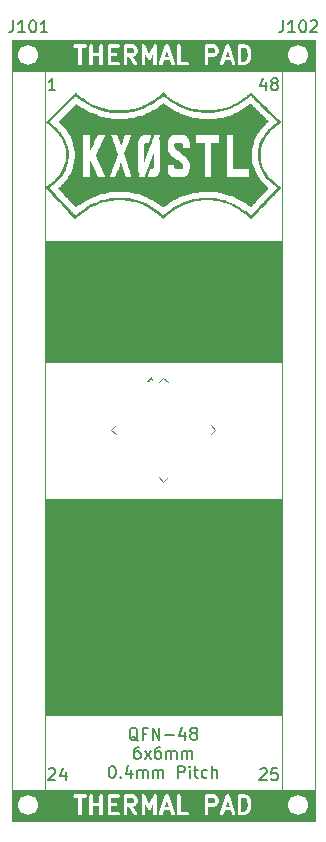
<source format=gto>
G04 #@! TF.GenerationSoftware,KiCad,Pcbnew,9.0.6*
G04 #@! TF.CreationDate,2026-01-02T14:07:29-06:00*
G04 #@! TF.ProjectId,QFN-48_6x6,51464e2d-3438-45f3-9678-362e6b696361,rev?*
G04 #@! TF.SameCoordinates,Original*
G04 #@! TF.FileFunction,Legend,Top*
G04 #@! TF.FilePolarity,Positive*
%FSLAX46Y46*%
G04 Gerber Fmt 4.6, Leading zero omitted, Abs format (unit mm)*
G04 Created by KiCad (PCBNEW 9.0.6) date 2026-01-02 14:07:29*
%MOMM*%
%LPD*%
G01*
G04 APERTURE LIST*
G04 Aperture macros list*
%AMRoundRect*
0 Rectangle with rounded corners*
0 $1 Rounding radius*
0 $2 $3 $4 $5 $6 $7 $8 $9 X,Y pos of 4 corners*
0 Add a 4 corners polygon primitive as box body*
4,1,4,$2,$3,$4,$5,$6,$7,$8,$9,$2,$3,0*
0 Add four circle primitives for the rounded corners*
1,1,$1+$1,$2,$3*
1,1,$1+$1,$4,$5*
1,1,$1+$1,$6,$7*
1,1,$1+$1,$8,$9*
0 Add four rect primitives between the rounded corners*
20,1,$1+$1,$2,$3,$4,$5,0*
20,1,$1+$1,$4,$5,$6,$7,0*
20,1,$1+$1,$6,$7,$8,$9,0*
20,1,$1+$1,$8,$9,$2,$3,0*%
%AMRotRect*
0 Rectangle, with rotation*
0 The origin of the aperture is its center*
0 $1 length*
0 $2 width*
0 $3 Rotation angle, in degrees counterclockwise*
0 Add horizontal line*
21,1,$1,$2,0,0,$3*%
G04 Aperture macros list end*
%ADD10C,0.300000*%
%ADD11C,0.100000*%
%ADD12C,0.200000*%
%ADD13C,0.150000*%
%ADD14C,0.120000*%
%ADD15C,0.000000*%
%ADD16RoundRect,0.050000X-0.424264X0.353553X0.353553X-0.424264X0.424264X-0.353553X-0.353553X0.424264X0*%
%ADD17RoundRect,0.050000X-0.424264X-0.353553X-0.353553X-0.424264X0.424264X0.353553X0.353553X0.424264X0*%
%ADD18RotRect,4.300000X4.300000X315.000000*%
%ADD19C,1.700000*%
%ADD20R,1.700000X1.700000*%
G04 APERTURE END LIST*
D10*
G36*
X145376186Y-88344486D02*
G01*
X145476793Y-88445093D01*
X145529972Y-88551452D01*
X145592928Y-88803273D01*
X145592928Y-88980632D01*
X145529972Y-89232453D01*
X145476793Y-89338813D01*
X145376187Y-89439419D01*
X145218585Y-89491953D01*
X145035785Y-89491953D01*
X145035785Y-88291953D01*
X145218588Y-88291953D01*
X145376186Y-88344486D01*
G37*
G36*
X135868361Y-88336660D02*
G01*
X135905365Y-88373664D01*
X135950071Y-88463076D01*
X135950071Y-88606543D01*
X135905364Y-88695956D01*
X135868359Y-88732961D01*
X135778947Y-88777667D01*
X135392928Y-88777667D01*
X135392928Y-88291953D01*
X135778947Y-88291953D01*
X135868361Y-88336660D01*
G37*
G36*
X138891959Y-89063382D02*
G01*
X138593900Y-89063382D01*
X138742929Y-88616294D01*
X138891959Y-89063382D01*
G37*
G36*
X144034816Y-89063382D02*
G01*
X143736757Y-89063382D01*
X143885786Y-88616294D01*
X144034816Y-89063382D01*
G37*
G36*
X142725504Y-88336660D02*
G01*
X142762508Y-88373664D01*
X142807214Y-88463076D01*
X142807214Y-88606543D01*
X142762507Y-88695956D01*
X142725502Y-88732961D01*
X142636090Y-88777667D01*
X142250071Y-88777667D01*
X142250071Y-88291953D01*
X142636090Y-88291953D01*
X142725504Y-88336660D01*
G37*
G36*
X146059595Y-89958620D02*
G01*
X130643429Y-89958620D01*
X130643429Y-88112689D01*
X130810096Y-88112689D01*
X130810096Y-88171217D01*
X130832494Y-88225289D01*
X130873878Y-88266673D01*
X130927950Y-88289071D01*
X130957214Y-88291953D01*
X131235785Y-88291953D01*
X131235785Y-89641953D01*
X131238667Y-89671217D01*
X131261065Y-89725289D01*
X131302449Y-89766673D01*
X131356521Y-89789071D01*
X131415049Y-89789071D01*
X131469121Y-89766673D01*
X131510505Y-89725289D01*
X131532903Y-89671217D01*
X131535785Y-89641953D01*
X131535785Y-88291953D01*
X131814357Y-88291953D01*
X131843621Y-88289071D01*
X131897693Y-88266673D01*
X131939077Y-88225289D01*
X131961475Y-88171217D01*
X131961475Y-88141953D01*
X132164356Y-88141953D01*
X132164356Y-89641953D01*
X132167238Y-89671217D01*
X132189636Y-89725289D01*
X132231020Y-89766673D01*
X132285092Y-89789071D01*
X132343620Y-89789071D01*
X132397692Y-89766673D01*
X132439076Y-89725289D01*
X132461474Y-89671217D01*
X132464356Y-89641953D01*
X132464356Y-89006239D01*
X133021499Y-89006239D01*
X133021499Y-89641953D01*
X133024381Y-89671217D01*
X133046779Y-89725289D01*
X133088163Y-89766673D01*
X133142235Y-89789071D01*
X133200763Y-89789071D01*
X133254835Y-89766673D01*
X133296219Y-89725289D01*
X133318617Y-89671217D01*
X133321499Y-89641953D01*
X133321499Y-88141953D01*
X133735785Y-88141953D01*
X133735785Y-89641953D01*
X133738667Y-89671217D01*
X133761065Y-89725289D01*
X133802449Y-89766673D01*
X133856521Y-89789071D01*
X133885785Y-89791953D01*
X134600071Y-89791953D01*
X134629335Y-89789071D01*
X134683407Y-89766673D01*
X134724791Y-89725289D01*
X134747189Y-89671217D01*
X134747189Y-89612689D01*
X134724791Y-89558617D01*
X134683407Y-89517233D01*
X134629335Y-89494835D01*
X134600071Y-89491953D01*
X134035785Y-89491953D01*
X134035785Y-89006239D01*
X134385785Y-89006239D01*
X134415049Y-89003357D01*
X134469121Y-88980959D01*
X134510505Y-88939575D01*
X134532903Y-88885503D01*
X134532903Y-88826975D01*
X134510505Y-88772903D01*
X134469121Y-88731519D01*
X134415049Y-88709121D01*
X134385785Y-88706239D01*
X134035785Y-88706239D01*
X134035785Y-88291953D01*
X134600071Y-88291953D01*
X134629335Y-88289071D01*
X134683407Y-88266673D01*
X134724791Y-88225289D01*
X134747189Y-88171217D01*
X134747189Y-88141953D01*
X135092928Y-88141953D01*
X135092928Y-89641953D01*
X135095810Y-89671217D01*
X135118208Y-89725289D01*
X135159592Y-89766673D01*
X135213664Y-89789071D01*
X135272192Y-89789071D01*
X135326264Y-89766673D01*
X135367648Y-89725289D01*
X135390046Y-89671217D01*
X135392928Y-89641953D01*
X135392928Y-89077667D01*
X135521973Y-89077667D01*
X135977186Y-89727972D01*
X135996329Y-89750294D01*
X136045686Y-89781747D01*
X136103322Y-89791918D01*
X136160464Y-89779259D01*
X136208412Y-89745695D01*
X136239865Y-89696338D01*
X136250036Y-89638702D01*
X136237377Y-89581560D01*
X136222956Y-89555934D01*
X135878004Y-89063145D01*
X135881439Y-89061831D01*
X136024296Y-88990403D01*
X136036889Y-88982475D01*
X136040549Y-88980960D01*
X136044668Y-88977578D01*
X136049182Y-88974738D01*
X136051778Y-88971744D01*
X136063280Y-88962305D01*
X136134709Y-88890876D01*
X136144150Y-88879371D01*
X136147142Y-88876777D01*
X136149980Y-88872267D01*
X136153364Y-88868145D01*
X136154880Y-88864483D01*
X136162807Y-88851892D01*
X136234235Y-88709034D01*
X136244745Y-88681571D01*
X136245126Y-88676195D01*
X136247189Y-88671217D01*
X136250071Y-88641953D01*
X136250071Y-88427667D01*
X136247189Y-88398403D01*
X136245126Y-88393424D01*
X136244745Y-88388049D01*
X136234235Y-88360586D01*
X136162807Y-88217728D01*
X136154878Y-88205133D01*
X136153363Y-88201474D01*
X136149981Y-88197353D01*
X136147142Y-88192843D01*
X136144150Y-88190248D01*
X136134708Y-88178743D01*
X136097917Y-88141953D01*
X136592928Y-88141953D01*
X136592928Y-89641953D01*
X136595810Y-89671217D01*
X136618208Y-89725289D01*
X136659592Y-89766673D01*
X136713664Y-89789071D01*
X136772192Y-89789071D01*
X136826264Y-89766673D01*
X136867648Y-89725289D01*
X136890046Y-89671217D01*
X136892928Y-89641953D01*
X136892928Y-88818086D01*
X137107001Y-89276815D01*
X137113347Y-89287528D01*
X137114668Y-89291160D01*
X137117019Y-89293728D01*
X137121988Y-89302115D01*
X137138793Y-89317505D01*
X137154195Y-89334323D01*
X137160238Y-89337143D01*
X137165151Y-89341642D01*
X137186571Y-89349431D01*
X137207233Y-89359073D01*
X137213890Y-89359365D01*
X137220153Y-89361643D01*
X137242932Y-89360642D01*
X137265703Y-89361643D01*
X137271962Y-89359366D01*
X137278624Y-89359074D01*
X137299291Y-89349429D01*
X137320706Y-89341642D01*
X137325619Y-89337142D01*
X137331661Y-89334323D01*
X137347056Y-89317510D01*
X137363869Y-89302115D01*
X137368837Y-89293726D01*
X137371188Y-89291160D01*
X137372507Y-89287530D01*
X137378855Y-89276815D01*
X137592928Y-88818087D01*
X137592928Y-89641953D01*
X137595810Y-89671217D01*
X137618208Y-89725289D01*
X137659592Y-89766673D01*
X137713664Y-89789071D01*
X137772192Y-89789071D01*
X137826264Y-89766673D01*
X137867648Y-89725289D01*
X137890046Y-89671217D01*
X137892928Y-89641953D01*
X137892928Y-89623192D01*
X138094107Y-89623192D01*
X138098256Y-89681573D01*
X138124430Y-89733920D01*
X138168644Y-89772267D01*
X138224168Y-89790775D01*
X138282549Y-89786626D01*
X138334896Y-89760452D01*
X138373243Y-89716238D01*
X138385231Y-89689387D01*
X138493900Y-89363382D01*
X138991959Y-89363382D01*
X139100627Y-89689387D01*
X139112615Y-89716238D01*
X139150962Y-89760453D01*
X139203310Y-89786626D01*
X139261690Y-89790776D01*
X139317214Y-89772267D01*
X139361428Y-89733920D01*
X139387602Y-89681573D01*
X139391752Y-89623193D01*
X139385232Y-89594519D01*
X138901042Y-88141953D01*
X139592928Y-88141953D01*
X139592928Y-89641953D01*
X139595810Y-89671217D01*
X139618208Y-89725289D01*
X139659592Y-89766673D01*
X139713664Y-89789071D01*
X139742928Y-89791953D01*
X140457214Y-89791953D01*
X140486478Y-89789071D01*
X140540550Y-89766673D01*
X140581934Y-89725289D01*
X140604332Y-89671217D01*
X140604332Y-89612689D01*
X140581934Y-89558617D01*
X140540550Y-89517233D01*
X140486478Y-89494835D01*
X140457214Y-89491953D01*
X139892928Y-89491953D01*
X139892928Y-88141953D01*
X141950071Y-88141953D01*
X141950071Y-89641953D01*
X141952953Y-89671217D01*
X141975351Y-89725289D01*
X142016735Y-89766673D01*
X142070807Y-89789071D01*
X142129335Y-89789071D01*
X142183407Y-89766673D01*
X142224791Y-89725289D01*
X142247189Y-89671217D01*
X142250071Y-89641953D01*
X142250071Y-89623192D01*
X143236964Y-89623192D01*
X143241113Y-89681573D01*
X143267287Y-89733920D01*
X143311501Y-89772267D01*
X143367025Y-89790775D01*
X143425406Y-89786626D01*
X143477753Y-89760452D01*
X143516100Y-89716238D01*
X143528088Y-89689387D01*
X143636757Y-89363382D01*
X144134816Y-89363382D01*
X144243484Y-89689387D01*
X144255472Y-89716238D01*
X144293819Y-89760453D01*
X144346167Y-89786626D01*
X144404547Y-89790776D01*
X144460071Y-89772267D01*
X144504285Y-89733920D01*
X144530459Y-89681573D01*
X144534609Y-89623193D01*
X144528089Y-89594519D01*
X144043899Y-88141953D01*
X144735785Y-88141953D01*
X144735785Y-89641953D01*
X144738667Y-89671217D01*
X144761065Y-89725289D01*
X144802449Y-89766673D01*
X144856521Y-89789071D01*
X144885785Y-89791953D01*
X145242928Y-89791953D01*
X145257733Y-89790494D01*
X145261688Y-89790776D01*
X145266889Y-89789593D01*
X145272192Y-89789071D01*
X145275849Y-89787555D01*
X145290362Y-89784256D01*
X145504648Y-89712828D01*
X145531499Y-89700840D01*
X145535570Y-89697308D01*
X145540550Y-89695246D01*
X145563280Y-89676591D01*
X145706137Y-89533733D01*
X145715575Y-89522231D01*
X145718570Y-89519635D01*
X145721410Y-89515121D01*
X145724792Y-89511002D01*
X145726307Y-89507342D01*
X145734235Y-89494749D01*
X145805664Y-89351893D01*
X145806483Y-89349750D01*
X145807128Y-89348881D01*
X145811512Y-89336609D01*
X145816173Y-89324429D01*
X145816249Y-89323348D01*
X145817021Y-89321190D01*
X145888449Y-89035476D01*
X145889198Y-89030404D01*
X145890046Y-89028360D01*
X145891131Y-89017337D01*
X145892751Y-89006387D01*
X145892425Y-89004199D01*
X145892928Y-88999096D01*
X145892928Y-88784810D01*
X145892425Y-88779706D01*
X145892751Y-88777519D01*
X145891131Y-88766568D01*
X145890046Y-88755546D01*
X145889198Y-88753501D01*
X145888449Y-88748430D01*
X145817021Y-88462716D01*
X145816249Y-88460557D01*
X145816173Y-88459477D01*
X145811512Y-88447296D01*
X145807128Y-88435025D01*
X145806483Y-88434155D01*
X145805664Y-88432013D01*
X145734235Y-88289157D01*
X145726308Y-88276565D01*
X145724792Y-88272903D01*
X145721408Y-88268780D01*
X145718570Y-88264271D01*
X145715577Y-88261675D01*
X145706137Y-88250173D01*
X145563280Y-88107316D01*
X145540549Y-88088661D01*
X145535569Y-88086598D01*
X145531499Y-88083068D01*
X145504648Y-88071079D01*
X145290362Y-87999651D01*
X145275854Y-87996352D01*
X145272192Y-87994835D01*
X145266883Y-87994312D01*
X145261689Y-87993131D01*
X145257739Y-87993411D01*
X145242928Y-87991953D01*
X144885785Y-87991953D01*
X144856521Y-87994835D01*
X144802449Y-88017233D01*
X144761065Y-88058617D01*
X144738667Y-88112689D01*
X144735785Y-88141953D01*
X144043899Y-88141953D01*
X144028088Y-88094519D01*
X144016100Y-88067668D01*
X144009077Y-88059571D01*
X144004285Y-88049986D01*
X143990076Y-88037662D01*
X143977753Y-88023454D01*
X143968167Y-88018661D01*
X143960071Y-88011639D01*
X143942227Y-88005690D01*
X143925406Y-87997280D01*
X143914717Y-87996520D01*
X143904547Y-87993130D01*
X143885781Y-87994463D01*
X143867025Y-87993131D01*
X143856857Y-87996520D01*
X143846167Y-87997280D01*
X143829343Y-88005691D01*
X143811501Y-88011639D01*
X143803406Y-88018659D01*
X143793819Y-88023453D01*
X143781493Y-88037664D01*
X143767287Y-88049986D01*
X143762494Y-88059570D01*
X143755472Y-88067668D01*
X143743484Y-88094519D01*
X143243484Y-89594519D01*
X143236964Y-89623192D01*
X142250071Y-89623192D01*
X142250071Y-89077667D01*
X142671500Y-89077667D01*
X142700764Y-89074785D01*
X142705742Y-89072722D01*
X142711118Y-89072341D01*
X142738582Y-89061831D01*
X142881439Y-88990403D01*
X142894032Y-88982475D01*
X142897692Y-88980960D01*
X142901811Y-88977578D01*
X142906325Y-88974738D01*
X142908921Y-88971744D01*
X142920423Y-88962305D01*
X142991852Y-88890876D01*
X143001293Y-88879371D01*
X143004285Y-88876777D01*
X143007123Y-88872267D01*
X143010507Y-88868145D01*
X143012023Y-88864483D01*
X143019950Y-88851892D01*
X143091378Y-88709034D01*
X143101888Y-88681571D01*
X143102269Y-88676195D01*
X143104332Y-88671217D01*
X143107214Y-88641953D01*
X143107214Y-88427667D01*
X143104332Y-88398403D01*
X143102269Y-88393424D01*
X143101888Y-88388049D01*
X143091378Y-88360586D01*
X143019950Y-88217728D01*
X143012021Y-88205133D01*
X143010506Y-88201474D01*
X143007124Y-88197353D01*
X143004285Y-88192843D01*
X143001293Y-88190248D01*
X142991851Y-88178743D01*
X142920422Y-88107315D01*
X142908922Y-88097877D01*
X142906325Y-88094883D01*
X142901808Y-88092040D01*
X142897691Y-88088661D01*
X142894034Y-88087146D01*
X142881439Y-88079218D01*
X142738582Y-88007789D01*
X142711119Y-87997280D01*
X142705744Y-87996898D01*
X142700764Y-87994835D01*
X142671500Y-87991953D01*
X142100071Y-87991953D01*
X142070807Y-87994835D01*
X142016735Y-88017233D01*
X141975351Y-88058617D01*
X141952953Y-88112689D01*
X141950071Y-88141953D01*
X139892928Y-88141953D01*
X139890046Y-88112689D01*
X139867648Y-88058617D01*
X139826264Y-88017233D01*
X139772192Y-87994835D01*
X139713664Y-87994835D01*
X139659592Y-88017233D01*
X139618208Y-88058617D01*
X139595810Y-88112689D01*
X139592928Y-88141953D01*
X138901042Y-88141953D01*
X138885231Y-88094519D01*
X138873243Y-88067668D01*
X138866220Y-88059571D01*
X138861428Y-88049986D01*
X138847219Y-88037662D01*
X138834896Y-88023454D01*
X138825310Y-88018661D01*
X138817214Y-88011639D01*
X138799370Y-88005690D01*
X138782549Y-87997280D01*
X138771860Y-87996520D01*
X138761690Y-87993130D01*
X138742924Y-87994463D01*
X138724168Y-87993131D01*
X138714000Y-87996520D01*
X138703310Y-87997280D01*
X138686486Y-88005691D01*
X138668644Y-88011639D01*
X138660549Y-88018659D01*
X138650962Y-88023453D01*
X138638636Y-88037664D01*
X138624430Y-88049986D01*
X138619637Y-88059570D01*
X138612615Y-88067668D01*
X138600627Y-88094519D01*
X138100627Y-89594519D01*
X138094107Y-89623192D01*
X137892928Y-89623192D01*
X137892928Y-88141953D01*
X137891033Y-88122715D01*
X137891189Y-88119177D01*
X137890497Y-88117276D01*
X137890046Y-88112689D01*
X137880085Y-88088643D01*
X137871188Y-88064175D01*
X137868928Y-88061707D01*
X137867648Y-88058617D01*
X137849250Y-88040219D01*
X137831661Y-88021012D01*
X137828627Y-88019596D01*
X137826264Y-88017233D01*
X137802233Y-88007279D01*
X137778624Y-87996261D01*
X137775279Y-87996114D01*
X137772192Y-87994835D01*
X137746168Y-87994835D01*
X137720153Y-87993692D01*
X137717010Y-87994835D01*
X137713664Y-87994835D01*
X137689611Y-88004798D01*
X137665151Y-88013693D01*
X137662683Y-88015952D01*
X137659592Y-88017233D01*
X137641183Y-88035641D01*
X137621988Y-88053220D01*
X137619638Y-88057186D01*
X137618208Y-88058617D01*
X137616852Y-88061889D01*
X137607001Y-88078520D01*
X137242928Y-88858676D01*
X136878855Y-88078520D01*
X136869001Y-88061885D01*
X136867648Y-88058617D01*
X136866219Y-88057188D01*
X136863869Y-88053220D01*
X136844661Y-88035630D01*
X136826264Y-88017233D01*
X136823173Y-88015952D01*
X136820706Y-88013693D01*
X136796240Y-88004796D01*
X136772192Y-87994835D01*
X136768846Y-87994835D01*
X136765703Y-87993692D01*
X136739699Y-87994835D01*
X136713664Y-87994835D01*
X136710573Y-87996115D01*
X136707233Y-87996262D01*
X136683637Y-88007272D01*
X136659592Y-88017233D01*
X136657228Y-88019596D01*
X136654195Y-88021012D01*
X136636605Y-88040219D01*
X136618208Y-88058617D01*
X136616927Y-88061707D01*
X136614668Y-88064175D01*
X136605771Y-88088640D01*
X136595810Y-88112689D01*
X136595358Y-88117277D01*
X136594667Y-88119178D01*
X136594822Y-88122716D01*
X136592928Y-88141953D01*
X136097917Y-88141953D01*
X136063279Y-88107315D01*
X136051779Y-88097877D01*
X136049182Y-88094883D01*
X136044665Y-88092040D01*
X136040548Y-88088661D01*
X136036891Y-88087146D01*
X136024296Y-88079218D01*
X135881439Y-88007789D01*
X135853976Y-87997280D01*
X135848601Y-87996898D01*
X135843621Y-87994835D01*
X135814357Y-87991953D01*
X135242928Y-87991953D01*
X135213664Y-87994835D01*
X135159592Y-88017233D01*
X135118208Y-88058617D01*
X135095810Y-88112689D01*
X135092928Y-88141953D01*
X134747189Y-88141953D01*
X134747189Y-88112689D01*
X134724791Y-88058617D01*
X134683407Y-88017233D01*
X134629335Y-87994835D01*
X134600071Y-87991953D01*
X133885785Y-87991953D01*
X133856521Y-87994835D01*
X133802449Y-88017233D01*
X133761065Y-88058617D01*
X133738667Y-88112689D01*
X133735785Y-88141953D01*
X133321499Y-88141953D01*
X133318617Y-88112689D01*
X133296219Y-88058617D01*
X133254835Y-88017233D01*
X133200763Y-87994835D01*
X133142235Y-87994835D01*
X133088163Y-88017233D01*
X133046779Y-88058617D01*
X133024381Y-88112689D01*
X133021499Y-88141953D01*
X133021499Y-88706239D01*
X132464356Y-88706239D01*
X132464356Y-88141953D01*
X132461474Y-88112689D01*
X132439076Y-88058617D01*
X132397692Y-88017233D01*
X132343620Y-87994835D01*
X132285092Y-87994835D01*
X132231020Y-88017233D01*
X132189636Y-88058617D01*
X132167238Y-88112689D01*
X132164356Y-88141953D01*
X131961475Y-88141953D01*
X131961475Y-88112689D01*
X131939077Y-88058617D01*
X131897693Y-88017233D01*
X131843621Y-87994835D01*
X131814357Y-87991953D01*
X130957214Y-87991953D01*
X130927950Y-87994835D01*
X130873878Y-88017233D01*
X130832494Y-88058617D01*
X130810096Y-88112689D01*
X130643429Y-88112689D01*
X130643429Y-87825286D01*
X146059595Y-87825286D01*
X146059595Y-89958620D01*
G37*
D11*
X130369750Y-89890850D02*
X146168500Y-89890850D01*
X146168500Y-90297250D01*
X130369750Y-90297250D01*
X130369750Y-89890850D01*
G36*
X130369750Y-89890850D02*
G01*
X146168500Y-89890850D01*
X146168500Y-90297250D01*
X130369750Y-90297250D01*
X130369750Y-89890850D01*
G37*
X129785500Y-87630000D02*
X146727250Y-87630000D01*
X146727250Y-87858600D01*
X129785500Y-87858600D01*
X129785500Y-87630000D01*
G36*
X129785500Y-87630000D02*
G01*
X146727250Y-87630000D01*
X146727250Y-87858600D01*
X129785500Y-87858600D01*
X129785500Y-87630000D01*
G37*
X146054250Y-87630000D02*
X151240000Y-87630000D01*
X151240000Y-90297250D01*
X146054250Y-90297250D01*
X146054250Y-87630000D01*
G36*
X146054250Y-87630000D02*
G01*
X151240000Y-87630000D01*
X151240000Y-90297250D01*
X146054250Y-90297250D01*
X146054250Y-87630000D01*
G37*
X125603000Y-87630000D02*
X130683000Y-87630000D01*
X130683000Y-90297250D01*
X125603000Y-90297250D01*
X125603000Y-87630000D01*
G36*
X125603000Y-87630000D02*
G01*
X130683000Y-87630000D01*
X130683000Y-90297250D01*
X125603000Y-90297250D01*
X125603000Y-87630000D01*
G37*
X129480750Y-153390600D02*
X147184500Y-153390600D01*
X147184500Y-153797000D01*
X129480750Y-153797000D01*
X129480750Y-153390600D01*
G36*
X129480750Y-153390600D02*
G01*
X147184500Y-153390600D01*
X147184500Y-153797000D01*
X129480750Y-153797000D01*
X129480750Y-153390600D01*
G37*
X130420500Y-151129750D02*
X146473250Y-151129750D01*
X146473250Y-151358100D01*
X130420500Y-151358100D01*
X130420500Y-151129750D01*
G36*
X130420500Y-151129750D02*
G01*
X146473250Y-151129750D01*
X146473250Y-151358100D01*
X130420500Y-151358100D01*
X130420500Y-151129750D01*
G37*
X146041500Y-151129750D02*
X151240000Y-151129750D01*
X151240000Y-153797000D01*
X146041500Y-153797000D01*
X146041500Y-151129750D01*
G36*
X146041500Y-151129750D02*
G01*
X151240000Y-151129750D01*
X151240000Y-153797000D01*
X146041500Y-153797000D01*
X146041500Y-151129750D01*
G37*
X125603000Y-151129750D02*
X130683000Y-151129750D01*
X130683000Y-153797000D01*
X125603000Y-153797000D01*
X125603000Y-151129750D01*
G36*
X125603000Y-151129750D02*
G01*
X130683000Y-151129750D01*
X130683000Y-153797000D01*
X125603000Y-153797000D01*
X125603000Y-151129750D01*
G37*
D10*
G36*
X145376186Y-151844236D02*
G01*
X145476793Y-151944843D01*
X145529972Y-152051202D01*
X145592928Y-152303023D01*
X145592928Y-152480382D01*
X145529972Y-152732203D01*
X145476793Y-152838563D01*
X145376187Y-152939169D01*
X145218585Y-152991703D01*
X145035785Y-152991703D01*
X145035785Y-151791703D01*
X145218588Y-151791703D01*
X145376186Y-151844236D01*
G37*
G36*
X135868361Y-151836410D02*
G01*
X135905365Y-151873414D01*
X135950071Y-151962826D01*
X135950071Y-152106293D01*
X135905364Y-152195706D01*
X135868359Y-152232711D01*
X135778947Y-152277417D01*
X135392928Y-152277417D01*
X135392928Y-151791703D01*
X135778947Y-151791703D01*
X135868361Y-151836410D01*
G37*
G36*
X138891959Y-152563132D02*
G01*
X138593900Y-152563132D01*
X138742929Y-152116044D01*
X138891959Y-152563132D01*
G37*
G36*
X144034816Y-152563132D02*
G01*
X143736757Y-152563132D01*
X143885786Y-152116044D01*
X144034816Y-152563132D01*
G37*
G36*
X142725504Y-151836410D02*
G01*
X142762508Y-151873414D01*
X142807214Y-151962826D01*
X142807214Y-152106293D01*
X142762507Y-152195706D01*
X142725502Y-152232711D01*
X142636090Y-152277417D01*
X142250071Y-152277417D01*
X142250071Y-151791703D01*
X142636090Y-151791703D01*
X142725504Y-151836410D01*
G37*
G36*
X146059595Y-153458370D02*
G01*
X130643429Y-153458370D01*
X130643429Y-151612439D01*
X130810096Y-151612439D01*
X130810096Y-151670967D01*
X130832494Y-151725039D01*
X130873878Y-151766423D01*
X130927950Y-151788821D01*
X130957214Y-151791703D01*
X131235785Y-151791703D01*
X131235785Y-153141703D01*
X131238667Y-153170967D01*
X131261065Y-153225039D01*
X131302449Y-153266423D01*
X131356521Y-153288821D01*
X131415049Y-153288821D01*
X131469121Y-153266423D01*
X131510505Y-153225039D01*
X131532903Y-153170967D01*
X131535785Y-153141703D01*
X131535785Y-151791703D01*
X131814357Y-151791703D01*
X131843621Y-151788821D01*
X131897693Y-151766423D01*
X131939077Y-151725039D01*
X131961475Y-151670967D01*
X131961475Y-151641703D01*
X132164356Y-151641703D01*
X132164356Y-153141703D01*
X132167238Y-153170967D01*
X132189636Y-153225039D01*
X132231020Y-153266423D01*
X132285092Y-153288821D01*
X132343620Y-153288821D01*
X132397692Y-153266423D01*
X132439076Y-153225039D01*
X132461474Y-153170967D01*
X132464356Y-153141703D01*
X132464356Y-152505989D01*
X133021499Y-152505989D01*
X133021499Y-153141703D01*
X133024381Y-153170967D01*
X133046779Y-153225039D01*
X133088163Y-153266423D01*
X133142235Y-153288821D01*
X133200763Y-153288821D01*
X133254835Y-153266423D01*
X133296219Y-153225039D01*
X133318617Y-153170967D01*
X133321499Y-153141703D01*
X133321499Y-151641703D01*
X133735785Y-151641703D01*
X133735785Y-153141703D01*
X133738667Y-153170967D01*
X133761065Y-153225039D01*
X133802449Y-153266423D01*
X133856521Y-153288821D01*
X133885785Y-153291703D01*
X134600071Y-153291703D01*
X134629335Y-153288821D01*
X134683407Y-153266423D01*
X134724791Y-153225039D01*
X134747189Y-153170967D01*
X134747189Y-153112439D01*
X134724791Y-153058367D01*
X134683407Y-153016983D01*
X134629335Y-152994585D01*
X134600071Y-152991703D01*
X134035785Y-152991703D01*
X134035785Y-152505989D01*
X134385785Y-152505989D01*
X134415049Y-152503107D01*
X134469121Y-152480709D01*
X134510505Y-152439325D01*
X134532903Y-152385253D01*
X134532903Y-152326725D01*
X134510505Y-152272653D01*
X134469121Y-152231269D01*
X134415049Y-152208871D01*
X134385785Y-152205989D01*
X134035785Y-152205989D01*
X134035785Y-151791703D01*
X134600071Y-151791703D01*
X134629335Y-151788821D01*
X134683407Y-151766423D01*
X134724791Y-151725039D01*
X134747189Y-151670967D01*
X134747189Y-151641703D01*
X135092928Y-151641703D01*
X135092928Y-153141703D01*
X135095810Y-153170967D01*
X135118208Y-153225039D01*
X135159592Y-153266423D01*
X135213664Y-153288821D01*
X135272192Y-153288821D01*
X135326264Y-153266423D01*
X135367648Y-153225039D01*
X135390046Y-153170967D01*
X135392928Y-153141703D01*
X135392928Y-152577417D01*
X135521973Y-152577417D01*
X135977186Y-153227722D01*
X135996329Y-153250044D01*
X136045686Y-153281497D01*
X136103322Y-153291668D01*
X136160464Y-153279009D01*
X136208412Y-153245445D01*
X136239865Y-153196088D01*
X136250036Y-153138452D01*
X136237377Y-153081310D01*
X136222956Y-153055684D01*
X135878004Y-152562895D01*
X135881439Y-152561581D01*
X136024296Y-152490153D01*
X136036889Y-152482225D01*
X136040549Y-152480710D01*
X136044668Y-152477328D01*
X136049182Y-152474488D01*
X136051778Y-152471494D01*
X136063280Y-152462055D01*
X136134709Y-152390626D01*
X136144150Y-152379121D01*
X136147142Y-152376527D01*
X136149980Y-152372017D01*
X136153364Y-152367895D01*
X136154880Y-152364233D01*
X136162807Y-152351642D01*
X136234235Y-152208784D01*
X136244745Y-152181321D01*
X136245126Y-152175945D01*
X136247189Y-152170967D01*
X136250071Y-152141703D01*
X136250071Y-151927417D01*
X136247189Y-151898153D01*
X136245126Y-151893174D01*
X136244745Y-151887799D01*
X136234235Y-151860336D01*
X136162807Y-151717478D01*
X136154878Y-151704883D01*
X136153363Y-151701224D01*
X136149981Y-151697103D01*
X136147142Y-151692593D01*
X136144150Y-151689998D01*
X136134708Y-151678493D01*
X136097917Y-151641703D01*
X136592928Y-151641703D01*
X136592928Y-153141703D01*
X136595810Y-153170967D01*
X136618208Y-153225039D01*
X136659592Y-153266423D01*
X136713664Y-153288821D01*
X136772192Y-153288821D01*
X136826264Y-153266423D01*
X136867648Y-153225039D01*
X136890046Y-153170967D01*
X136892928Y-153141703D01*
X136892928Y-152317836D01*
X137107001Y-152776565D01*
X137113347Y-152787278D01*
X137114668Y-152790910D01*
X137117019Y-152793478D01*
X137121988Y-152801865D01*
X137138793Y-152817255D01*
X137154195Y-152834073D01*
X137160238Y-152836893D01*
X137165151Y-152841392D01*
X137186571Y-152849181D01*
X137207233Y-152858823D01*
X137213890Y-152859115D01*
X137220153Y-152861393D01*
X137242932Y-152860392D01*
X137265703Y-152861393D01*
X137271962Y-152859116D01*
X137278624Y-152858824D01*
X137299291Y-152849179D01*
X137320706Y-152841392D01*
X137325619Y-152836892D01*
X137331661Y-152834073D01*
X137347056Y-152817260D01*
X137363869Y-152801865D01*
X137368837Y-152793476D01*
X137371188Y-152790910D01*
X137372507Y-152787280D01*
X137378855Y-152776565D01*
X137592928Y-152317837D01*
X137592928Y-153141703D01*
X137595810Y-153170967D01*
X137618208Y-153225039D01*
X137659592Y-153266423D01*
X137713664Y-153288821D01*
X137772192Y-153288821D01*
X137826264Y-153266423D01*
X137867648Y-153225039D01*
X137890046Y-153170967D01*
X137892928Y-153141703D01*
X137892928Y-153122942D01*
X138094107Y-153122942D01*
X138098256Y-153181323D01*
X138124430Y-153233670D01*
X138168644Y-153272017D01*
X138224168Y-153290525D01*
X138282549Y-153286376D01*
X138334896Y-153260202D01*
X138373243Y-153215988D01*
X138385231Y-153189137D01*
X138493900Y-152863132D01*
X138991959Y-152863132D01*
X139100627Y-153189137D01*
X139112615Y-153215988D01*
X139150962Y-153260203D01*
X139203310Y-153286376D01*
X139261690Y-153290526D01*
X139317214Y-153272017D01*
X139361428Y-153233670D01*
X139387602Y-153181323D01*
X139391752Y-153122943D01*
X139385232Y-153094269D01*
X138901042Y-151641703D01*
X139592928Y-151641703D01*
X139592928Y-153141703D01*
X139595810Y-153170967D01*
X139618208Y-153225039D01*
X139659592Y-153266423D01*
X139713664Y-153288821D01*
X139742928Y-153291703D01*
X140457214Y-153291703D01*
X140486478Y-153288821D01*
X140540550Y-153266423D01*
X140581934Y-153225039D01*
X140604332Y-153170967D01*
X140604332Y-153112439D01*
X140581934Y-153058367D01*
X140540550Y-153016983D01*
X140486478Y-152994585D01*
X140457214Y-152991703D01*
X139892928Y-152991703D01*
X139892928Y-151641703D01*
X141950071Y-151641703D01*
X141950071Y-153141703D01*
X141952953Y-153170967D01*
X141975351Y-153225039D01*
X142016735Y-153266423D01*
X142070807Y-153288821D01*
X142129335Y-153288821D01*
X142183407Y-153266423D01*
X142224791Y-153225039D01*
X142247189Y-153170967D01*
X142250071Y-153141703D01*
X142250071Y-153122942D01*
X143236964Y-153122942D01*
X143241113Y-153181323D01*
X143267287Y-153233670D01*
X143311501Y-153272017D01*
X143367025Y-153290525D01*
X143425406Y-153286376D01*
X143477753Y-153260202D01*
X143516100Y-153215988D01*
X143528088Y-153189137D01*
X143636757Y-152863132D01*
X144134816Y-152863132D01*
X144243484Y-153189137D01*
X144255472Y-153215988D01*
X144293819Y-153260203D01*
X144346167Y-153286376D01*
X144404547Y-153290526D01*
X144460071Y-153272017D01*
X144504285Y-153233670D01*
X144530459Y-153181323D01*
X144534609Y-153122943D01*
X144528089Y-153094269D01*
X144043899Y-151641703D01*
X144735785Y-151641703D01*
X144735785Y-153141703D01*
X144738667Y-153170967D01*
X144761065Y-153225039D01*
X144802449Y-153266423D01*
X144856521Y-153288821D01*
X144885785Y-153291703D01*
X145242928Y-153291703D01*
X145257733Y-153290244D01*
X145261688Y-153290526D01*
X145266889Y-153289343D01*
X145272192Y-153288821D01*
X145275849Y-153287305D01*
X145290362Y-153284006D01*
X145504648Y-153212578D01*
X145531499Y-153200590D01*
X145535570Y-153197058D01*
X145540550Y-153194996D01*
X145563280Y-153176341D01*
X145706137Y-153033483D01*
X145715575Y-153021981D01*
X145718570Y-153019385D01*
X145721410Y-153014871D01*
X145724792Y-153010752D01*
X145726307Y-153007092D01*
X145734235Y-152994499D01*
X145805664Y-152851643D01*
X145806483Y-152849500D01*
X145807128Y-152848631D01*
X145811512Y-152836359D01*
X145816173Y-152824179D01*
X145816249Y-152823098D01*
X145817021Y-152820940D01*
X145888449Y-152535226D01*
X145889198Y-152530154D01*
X145890046Y-152528110D01*
X145891131Y-152517087D01*
X145892751Y-152506137D01*
X145892425Y-152503949D01*
X145892928Y-152498846D01*
X145892928Y-152284560D01*
X145892425Y-152279456D01*
X145892751Y-152277269D01*
X145891131Y-152266318D01*
X145890046Y-152255296D01*
X145889198Y-152253251D01*
X145888449Y-152248180D01*
X145817021Y-151962466D01*
X145816249Y-151960307D01*
X145816173Y-151959227D01*
X145811512Y-151947046D01*
X145807128Y-151934775D01*
X145806483Y-151933905D01*
X145805664Y-151931763D01*
X145734235Y-151788907D01*
X145726308Y-151776315D01*
X145724792Y-151772653D01*
X145721408Y-151768530D01*
X145718570Y-151764021D01*
X145715577Y-151761425D01*
X145706137Y-151749923D01*
X145563280Y-151607066D01*
X145540549Y-151588411D01*
X145535569Y-151586348D01*
X145531499Y-151582818D01*
X145504648Y-151570829D01*
X145290362Y-151499401D01*
X145275854Y-151496102D01*
X145272192Y-151494585D01*
X145266883Y-151494062D01*
X145261689Y-151492881D01*
X145257739Y-151493161D01*
X145242928Y-151491703D01*
X144885785Y-151491703D01*
X144856521Y-151494585D01*
X144802449Y-151516983D01*
X144761065Y-151558367D01*
X144738667Y-151612439D01*
X144735785Y-151641703D01*
X144043899Y-151641703D01*
X144028088Y-151594269D01*
X144016100Y-151567418D01*
X144009077Y-151559321D01*
X144004285Y-151549736D01*
X143990076Y-151537412D01*
X143977753Y-151523204D01*
X143968167Y-151518411D01*
X143960071Y-151511389D01*
X143942227Y-151505440D01*
X143925406Y-151497030D01*
X143914717Y-151496270D01*
X143904547Y-151492880D01*
X143885781Y-151494213D01*
X143867025Y-151492881D01*
X143856857Y-151496270D01*
X143846167Y-151497030D01*
X143829343Y-151505441D01*
X143811501Y-151511389D01*
X143803406Y-151518409D01*
X143793819Y-151523203D01*
X143781493Y-151537414D01*
X143767287Y-151549736D01*
X143762494Y-151559320D01*
X143755472Y-151567418D01*
X143743484Y-151594269D01*
X143243484Y-153094269D01*
X143236964Y-153122942D01*
X142250071Y-153122942D01*
X142250071Y-152577417D01*
X142671500Y-152577417D01*
X142700764Y-152574535D01*
X142705742Y-152572472D01*
X142711118Y-152572091D01*
X142738582Y-152561581D01*
X142881439Y-152490153D01*
X142894032Y-152482225D01*
X142897692Y-152480710D01*
X142901811Y-152477328D01*
X142906325Y-152474488D01*
X142908921Y-152471494D01*
X142920423Y-152462055D01*
X142991852Y-152390626D01*
X143001293Y-152379121D01*
X143004285Y-152376527D01*
X143007123Y-152372017D01*
X143010507Y-152367895D01*
X143012023Y-152364233D01*
X143019950Y-152351642D01*
X143091378Y-152208784D01*
X143101888Y-152181321D01*
X143102269Y-152175945D01*
X143104332Y-152170967D01*
X143107214Y-152141703D01*
X143107214Y-151927417D01*
X143104332Y-151898153D01*
X143102269Y-151893174D01*
X143101888Y-151887799D01*
X143091378Y-151860336D01*
X143019950Y-151717478D01*
X143012021Y-151704883D01*
X143010506Y-151701224D01*
X143007124Y-151697103D01*
X143004285Y-151692593D01*
X143001293Y-151689998D01*
X142991851Y-151678493D01*
X142920422Y-151607065D01*
X142908922Y-151597627D01*
X142906325Y-151594633D01*
X142901808Y-151591790D01*
X142897691Y-151588411D01*
X142894034Y-151586896D01*
X142881439Y-151578968D01*
X142738582Y-151507539D01*
X142711119Y-151497030D01*
X142705744Y-151496648D01*
X142700764Y-151494585D01*
X142671500Y-151491703D01*
X142100071Y-151491703D01*
X142070807Y-151494585D01*
X142016735Y-151516983D01*
X141975351Y-151558367D01*
X141952953Y-151612439D01*
X141950071Y-151641703D01*
X139892928Y-151641703D01*
X139890046Y-151612439D01*
X139867648Y-151558367D01*
X139826264Y-151516983D01*
X139772192Y-151494585D01*
X139713664Y-151494585D01*
X139659592Y-151516983D01*
X139618208Y-151558367D01*
X139595810Y-151612439D01*
X139592928Y-151641703D01*
X138901042Y-151641703D01*
X138885231Y-151594269D01*
X138873243Y-151567418D01*
X138866220Y-151559321D01*
X138861428Y-151549736D01*
X138847219Y-151537412D01*
X138834896Y-151523204D01*
X138825310Y-151518411D01*
X138817214Y-151511389D01*
X138799370Y-151505440D01*
X138782549Y-151497030D01*
X138771860Y-151496270D01*
X138761690Y-151492880D01*
X138742924Y-151494213D01*
X138724168Y-151492881D01*
X138714000Y-151496270D01*
X138703310Y-151497030D01*
X138686486Y-151505441D01*
X138668644Y-151511389D01*
X138660549Y-151518409D01*
X138650962Y-151523203D01*
X138638636Y-151537414D01*
X138624430Y-151549736D01*
X138619637Y-151559320D01*
X138612615Y-151567418D01*
X138600627Y-151594269D01*
X138100627Y-153094269D01*
X138094107Y-153122942D01*
X137892928Y-153122942D01*
X137892928Y-151641703D01*
X137891033Y-151622465D01*
X137891189Y-151618927D01*
X137890497Y-151617026D01*
X137890046Y-151612439D01*
X137880085Y-151588393D01*
X137871188Y-151563925D01*
X137868928Y-151561457D01*
X137867648Y-151558367D01*
X137849250Y-151539969D01*
X137831661Y-151520762D01*
X137828627Y-151519346D01*
X137826264Y-151516983D01*
X137802233Y-151507029D01*
X137778624Y-151496011D01*
X137775279Y-151495864D01*
X137772192Y-151494585D01*
X137746168Y-151494585D01*
X137720153Y-151493442D01*
X137717010Y-151494585D01*
X137713664Y-151494585D01*
X137689611Y-151504548D01*
X137665151Y-151513443D01*
X137662683Y-151515702D01*
X137659592Y-151516983D01*
X137641183Y-151535391D01*
X137621988Y-151552970D01*
X137619638Y-151556936D01*
X137618208Y-151558367D01*
X137616852Y-151561639D01*
X137607001Y-151578270D01*
X137242928Y-152358426D01*
X136878855Y-151578270D01*
X136869001Y-151561635D01*
X136867648Y-151558367D01*
X136866219Y-151556938D01*
X136863869Y-151552970D01*
X136844661Y-151535380D01*
X136826264Y-151516983D01*
X136823173Y-151515702D01*
X136820706Y-151513443D01*
X136796240Y-151504546D01*
X136772192Y-151494585D01*
X136768846Y-151494585D01*
X136765703Y-151493442D01*
X136739699Y-151494585D01*
X136713664Y-151494585D01*
X136710573Y-151495865D01*
X136707233Y-151496012D01*
X136683637Y-151507022D01*
X136659592Y-151516983D01*
X136657228Y-151519346D01*
X136654195Y-151520762D01*
X136636605Y-151539969D01*
X136618208Y-151558367D01*
X136616927Y-151561457D01*
X136614668Y-151563925D01*
X136605771Y-151588390D01*
X136595810Y-151612439D01*
X136595358Y-151617027D01*
X136594667Y-151618928D01*
X136594822Y-151622466D01*
X136592928Y-151641703D01*
X136097917Y-151641703D01*
X136063279Y-151607065D01*
X136051779Y-151597627D01*
X136049182Y-151594633D01*
X136044665Y-151591790D01*
X136040548Y-151588411D01*
X136036891Y-151586896D01*
X136024296Y-151578968D01*
X135881439Y-151507539D01*
X135853976Y-151497030D01*
X135848601Y-151496648D01*
X135843621Y-151494585D01*
X135814357Y-151491703D01*
X135242928Y-151491703D01*
X135213664Y-151494585D01*
X135159592Y-151516983D01*
X135118208Y-151558367D01*
X135095810Y-151612439D01*
X135092928Y-151641703D01*
X134747189Y-151641703D01*
X134747189Y-151612439D01*
X134724791Y-151558367D01*
X134683407Y-151516983D01*
X134629335Y-151494585D01*
X134600071Y-151491703D01*
X133885785Y-151491703D01*
X133856521Y-151494585D01*
X133802449Y-151516983D01*
X133761065Y-151558367D01*
X133738667Y-151612439D01*
X133735785Y-151641703D01*
X133321499Y-151641703D01*
X133318617Y-151612439D01*
X133296219Y-151558367D01*
X133254835Y-151516983D01*
X133200763Y-151494585D01*
X133142235Y-151494585D01*
X133088163Y-151516983D01*
X133046779Y-151558367D01*
X133024381Y-151612439D01*
X133021499Y-151641703D01*
X133021499Y-152205989D01*
X132464356Y-152205989D01*
X132464356Y-151641703D01*
X132461474Y-151612439D01*
X132439076Y-151558367D01*
X132397692Y-151516983D01*
X132343620Y-151494585D01*
X132285092Y-151494585D01*
X132231020Y-151516983D01*
X132189636Y-151558367D01*
X132167238Y-151612439D01*
X132164356Y-151641703D01*
X131961475Y-151641703D01*
X131961475Y-151612439D01*
X131939077Y-151558367D01*
X131897693Y-151516983D01*
X131843621Y-151494585D01*
X131814357Y-151491703D01*
X130957214Y-151491703D01*
X130927950Y-151494585D01*
X130873878Y-151516983D01*
X130832494Y-151558367D01*
X130810096Y-151612439D01*
X130643429Y-151612439D01*
X130643429Y-151325036D01*
X146059595Y-151325036D01*
X146059595Y-153458370D01*
G37*
D11*
X128397000Y-126492000D02*
X148463000Y-126492000D01*
X148463000Y-144780000D01*
X128397000Y-144780000D01*
X128397000Y-126492000D01*
G36*
X128397000Y-126492000D02*
G01*
X148463000Y-126492000D01*
X148463000Y-144780000D01*
X128397000Y-144780000D01*
X128397000Y-126492000D01*
G37*
X128397000Y-104648000D02*
X148463000Y-104648000D01*
X148463000Y-114935000D01*
X128397000Y-114935000D01*
X128397000Y-104648000D01*
G36*
X128397000Y-104648000D02*
G01*
X148463000Y-104648000D01*
X148463000Y-114935000D01*
X128397000Y-114935000D01*
X128397000Y-104648000D01*
G37*
D12*
X147093326Y-91225552D02*
X147093326Y-91892219D01*
X146855231Y-90844600D02*
X146617136Y-91558885D01*
X146617136Y-91558885D02*
X147236183Y-91558885D01*
X147759993Y-91320790D02*
X147664755Y-91273171D01*
X147664755Y-91273171D02*
X147617136Y-91225552D01*
X147617136Y-91225552D02*
X147569517Y-91130314D01*
X147569517Y-91130314D02*
X147569517Y-91082695D01*
X147569517Y-91082695D02*
X147617136Y-90987457D01*
X147617136Y-90987457D02*
X147664755Y-90939838D01*
X147664755Y-90939838D02*
X147759993Y-90892219D01*
X147759993Y-90892219D02*
X147950469Y-90892219D01*
X147950469Y-90892219D02*
X148045707Y-90939838D01*
X148045707Y-90939838D02*
X148093326Y-90987457D01*
X148093326Y-90987457D02*
X148140945Y-91082695D01*
X148140945Y-91082695D02*
X148140945Y-91130314D01*
X148140945Y-91130314D02*
X148093326Y-91225552D01*
X148093326Y-91225552D02*
X148045707Y-91273171D01*
X148045707Y-91273171D02*
X147950469Y-91320790D01*
X147950469Y-91320790D02*
X147759993Y-91320790D01*
X147759993Y-91320790D02*
X147664755Y-91368409D01*
X147664755Y-91368409D02*
X147617136Y-91416028D01*
X147617136Y-91416028D02*
X147569517Y-91511266D01*
X147569517Y-91511266D02*
X147569517Y-91701742D01*
X147569517Y-91701742D02*
X147617136Y-91796980D01*
X147617136Y-91796980D02*
X147664755Y-91844600D01*
X147664755Y-91844600D02*
X147759993Y-91892219D01*
X147759993Y-91892219D02*
X147950469Y-91892219D01*
X147950469Y-91892219D02*
X148045707Y-91844600D01*
X148045707Y-91844600D02*
X148093326Y-91796980D01*
X148093326Y-91796980D02*
X148140945Y-91701742D01*
X148140945Y-91701742D02*
X148140945Y-91511266D01*
X148140945Y-91511266D02*
X148093326Y-91416028D01*
X148093326Y-91416028D02*
X148045707Y-91368409D01*
X148045707Y-91368409D02*
X147950469Y-91320790D01*
X146617136Y-149407457D02*
X146664755Y-149359838D01*
X146664755Y-149359838D02*
X146759993Y-149312219D01*
X146759993Y-149312219D02*
X146998088Y-149312219D01*
X146998088Y-149312219D02*
X147093326Y-149359838D01*
X147093326Y-149359838D02*
X147140945Y-149407457D01*
X147140945Y-149407457D02*
X147188564Y-149502695D01*
X147188564Y-149502695D02*
X147188564Y-149597933D01*
X147188564Y-149597933D02*
X147140945Y-149740790D01*
X147140945Y-149740790D02*
X146569517Y-150312219D01*
X146569517Y-150312219D02*
X147188564Y-150312219D01*
X148093326Y-149312219D02*
X147617136Y-149312219D01*
X147617136Y-149312219D02*
X147569517Y-149788409D01*
X147569517Y-149788409D02*
X147617136Y-149740790D01*
X147617136Y-149740790D02*
X147712374Y-149693171D01*
X147712374Y-149693171D02*
X147950469Y-149693171D01*
X147950469Y-149693171D02*
X148045707Y-149740790D01*
X148045707Y-149740790D02*
X148093326Y-149788409D01*
X148093326Y-149788409D02*
X148140945Y-149883647D01*
X148140945Y-149883647D02*
X148140945Y-150121742D01*
X148140945Y-150121742D02*
X148093326Y-150216980D01*
X148093326Y-150216980D02*
X148045707Y-150264600D01*
X148045707Y-150264600D02*
X147950469Y-150312219D01*
X147950469Y-150312219D02*
X147712374Y-150312219D01*
X147712374Y-150312219D02*
X147617136Y-150264600D01*
X147617136Y-150264600D02*
X147569517Y-150216980D01*
X136287142Y-146983569D02*
X136191904Y-146935950D01*
X136191904Y-146935950D02*
X136096666Y-146840712D01*
X136096666Y-146840712D02*
X135953809Y-146697854D01*
X135953809Y-146697854D02*
X135858571Y-146650235D01*
X135858571Y-146650235D02*
X135763333Y-146650235D01*
X135810952Y-146888331D02*
X135715714Y-146840712D01*
X135715714Y-146840712D02*
X135620476Y-146745473D01*
X135620476Y-146745473D02*
X135572857Y-146554997D01*
X135572857Y-146554997D02*
X135572857Y-146221664D01*
X135572857Y-146221664D02*
X135620476Y-146031188D01*
X135620476Y-146031188D02*
X135715714Y-145935950D01*
X135715714Y-145935950D02*
X135810952Y-145888331D01*
X135810952Y-145888331D02*
X136001428Y-145888331D01*
X136001428Y-145888331D02*
X136096666Y-145935950D01*
X136096666Y-145935950D02*
X136191904Y-146031188D01*
X136191904Y-146031188D02*
X136239523Y-146221664D01*
X136239523Y-146221664D02*
X136239523Y-146554997D01*
X136239523Y-146554997D02*
X136191904Y-146745473D01*
X136191904Y-146745473D02*
X136096666Y-146840712D01*
X136096666Y-146840712D02*
X136001428Y-146888331D01*
X136001428Y-146888331D02*
X135810952Y-146888331D01*
X137001428Y-146364521D02*
X136668095Y-146364521D01*
X136668095Y-146888331D02*
X136668095Y-145888331D01*
X136668095Y-145888331D02*
X137144285Y-145888331D01*
X137525238Y-146888331D02*
X137525238Y-145888331D01*
X137525238Y-145888331D02*
X138096666Y-146888331D01*
X138096666Y-146888331D02*
X138096666Y-145888331D01*
X138572857Y-146507378D02*
X139334762Y-146507378D01*
X140239523Y-146221664D02*
X140239523Y-146888331D01*
X140001428Y-145840712D02*
X139763333Y-146554997D01*
X139763333Y-146554997D02*
X140382380Y-146554997D01*
X140906190Y-146316902D02*
X140810952Y-146269283D01*
X140810952Y-146269283D02*
X140763333Y-146221664D01*
X140763333Y-146221664D02*
X140715714Y-146126426D01*
X140715714Y-146126426D02*
X140715714Y-146078807D01*
X140715714Y-146078807D02*
X140763333Y-145983569D01*
X140763333Y-145983569D02*
X140810952Y-145935950D01*
X140810952Y-145935950D02*
X140906190Y-145888331D01*
X140906190Y-145888331D02*
X141096666Y-145888331D01*
X141096666Y-145888331D02*
X141191904Y-145935950D01*
X141191904Y-145935950D02*
X141239523Y-145983569D01*
X141239523Y-145983569D02*
X141287142Y-146078807D01*
X141287142Y-146078807D02*
X141287142Y-146126426D01*
X141287142Y-146126426D02*
X141239523Y-146221664D01*
X141239523Y-146221664D02*
X141191904Y-146269283D01*
X141191904Y-146269283D02*
X141096666Y-146316902D01*
X141096666Y-146316902D02*
X140906190Y-146316902D01*
X140906190Y-146316902D02*
X140810952Y-146364521D01*
X140810952Y-146364521D02*
X140763333Y-146412140D01*
X140763333Y-146412140D02*
X140715714Y-146507378D01*
X140715714Y-146507378D02*
X140715714Y-146697854D01*
X140715714Y-146697854D02*
X140763333Y-146793092D01*
X140763333Y-146793092D02*
X140810952Y-146840712D01*
X140810952Y-146840712D02*
X140906190Y-146888331D01*
X140906190Y-146888331D02*
X141096666Y-146888331D01*
X141096666Y-146888331D02*
X141191904Y-146840712D01*
X141191904Y-146840712D02*
X141239523Y-146793092D01*
X141239523Y-146793092D02*
X141287142Y-146697854D01*
X141287142Y-146697854D02*
X141287142Y-146507378D01*
X141287142Y-146507378D02*
X141239523Y-146412140D01*
X141239523Y-146412140D02*
X141191904Y-146364521D01*
X141191904Y-146364521D02*
X141096666Y-146316902D01*
X136406190Y-147498275D02*
X136215714Y-147498275D01*
X136215714Y-147498275D02*
X136120476Y-147545894D01*
X136120476Y-147545894D02*
X136072857Y-147593513D01*
X136072857Y-147593513D02*
X135977619Y-147736370D01*
X135977619Y-147736370D02*
X135930000Y-147926846D01*
X135930000Y-147926846D02*
X135930000Y-148307798D01*
X135930000Y-148307798D02*
X135977619Y-148403036D01*
X135977619Y-148403036D02*
X136025238Y-148450656D01*
X136025238Y-148450656D02*
X136120476Y-148498275D01*
X136120476Y-148498275D02*
X136310952Y-148498275D01*
X136310952Y-148498275D02*
X136406190Y-148450656D01*
X136406190Y-148450656D02*
X136453809Y-148403036D01*
X136453809Y-148403036D02*
X136501428Y-148307798D01*
X136501428Y-148307798D02*
X136501428Y-148069703D01*
X136501428Y-148069703D02*
X136453809Y-147974465D01*
X136453809Y-147974465D02*
X136406190Y-147926846D01*
X136406190Y-147926846D02*
X136310952Y-147879227D01*
X136310952Y-147879227D02*
X136120476Y-147879227D01*
X136120476Y-147879227D02*
X136025238Y-147926846D01*
X136025238Y-147926846D02*
X135977619Y-147974465D01*
X135977619Y-147974465D02*
X135930000Y-148069703D01*
X136834762Y-148498275D02*
X137358571Y-147831608D01*
X136834762Y-147831608D02*
X137358571Y-148498275D01*
X138168095Y-147498275D02*
X137977619Y-147498275D01*
X137977619Y-147498275D02*
X137882381Y-147545894D01*
X137882381Y-147545894D02*
X137834762Y-147593513D01*
X137834762Y-147593513D02*
X137739524Y-147736370D01*
X137739524Y-147736370D02*
X137691905Y-147926846D01*
X137691905Y-147926846D02*
X137691905Y-148307798D01*
X137691905Y-148307798D02*
X137739524Y-148403036D01*
X137739524Y-148403036D02*
X137787143Y-148450656D01*
X137787143Y-148450656D02*
X137882381Y-148498275D01*
X137882381Y-148498275D02*
X138072857Y-148498275D01*
X138072857Y-148498275D02*
X138168095Y-148450656D01*
X138168095Y-148450656D02*
X138215714Y-148403036D01*
X138215714Y-148403036D02*
X138263333Y-148307798D01*
X138263333Y-148307798D02*
X138263333Y-148069703D01*
X138263333Y-148069703D02*
X138215714Y-147974465D01*
X138215714Y-147974465D02*
X138168095Y-147926846D01*
X138168095Y-147926846D02*
X138072857Y-147879227D01*
X138072857Y-147879227D02*
X137882381Y-147879227D01*
X137882381Y-147879227D02*
X137787143Y-147926846D01*
X137787143Y-147926846D02*
X137739524Y-147974465D01*
X137739524Y-147974465D02*
X137691905Y-148069703D01*
X138691905Y-148498275D02*
X138691905Y-147831608D01*
X138691905Y-147926846D02*
X138739524Y-147879227D01*
X138739524Y-147879227D02*
X138834762Y-147831608D01*
X138834762Y-147831608D02*
X138977619Y-147831608D01*
X138977619Y-147831608D02*
X139072857Y-147879227D01*
X139072857Y-147879227D02*
X139120476Y-147974465D01*
X139120476Y-147974465D02*
X139120476Y-148498275D01*
X139120476Y-147974465D02*
X139168095Y-147879227D01*
X139168095Y-147879227D02*
X139263333Y-147831608D01*
X139263333Y-147831608D02*
X139406190Y-147831608D01*
X139406190Y-147831608D02*
X139501429Y-147879227D01*
X139501429Y-147879227D02*
X139549048Y-147974465D01*
X139549048Y-147974465D02*
X139549048Y-148498275D01*
X140025238Y-148498275D02*
X140025238Y-147831608D01*
X140025238Y-147926846D02*
X140072857Y-147879227D01*
X140072857Y-147879227D02*
X140168095Y-147831608D01*
X140168095Y-147831608D02*
X140310952Y-147831608D01*
X140310952Y-147831608D02*
X140406190Y-147879227D01*
X140406190Y-147879227D02*
X140453809Y-147974465D01*
X140453809Y-147974465D02*
X140453809Y-148498275D01*
X140453809Y-147974465D02*
X140501428Y-147879227D01*
X140501428Y-147879227D02*
X140596666Y-147831608D01*
X140596666Y-147831608D02*
X140739523Y-147831608D01*
X140739523Y-147831608D02*
X140834762Y-147879227D01*
X140834762Y-147879227D02*
X140882381Y-147974465D01*
X140882381Y-147974465D02*
X140882381Y-148498275D01*
X134049048Y-149108219D02*
X134144286Y-149108219D01*
X134144286Y-149108219D02*
X134239524Y-149155838D01*
X134239524Y-149155838D02*
X134287143Y-149203457D01*
X134287143Y-149203457D02*
X134334762Y-149298695D01*
X134334762Y-149298695D02*
X134382381Y-149489171D01*
X134382381Y-149489171D02*
X134382381Y-149727266D01*
X134382381Y-149727266D02*
X134334762Y-149917742D01*
X134334762Y-149917742D02*
X134287143Y-150012980D01*
X134287143Y-150012980D02*
X134239524Y-150060600D01*
X134239524Y-150060600D02*
X134144286Y-150108219D01*
X134144286Y-150108219D02*
X134049048Y-150108219D01*
X134049048Y-150108219D02*
X133953810Y-150060600D01*
X133953810Y-150060600D02*
X133906191Y-150012980D01*
X133906191Y-150012980D02*
X133858572Y-149917742D01*
X133858572Y-149917742D02*
X133810953Y-149727266D01*
X133810953Y-149727266D02*
X133810953Y-149489171D01*
X133810953Y-149489171D02*
X133858572Y-149298695D01*
X133858572Y-149298695D02*
X133906191Y-149203457D01*
X133906191Y-149203457D02*
X133953810Y-149155838D01*
X133953810Y-149155838D02*
X134049048Y-149108219D01*
X134810953Y-150012980D02*
X134858572Y-150060600D01*
X134858572Y-150060600D02*
X134810953Y-150108219D01*
X134810953Y-150108219D02*
X134763334Y-150060600D01*
X134763334Y-150060600D02*
X134810953Y-150012980D01*
X134810953Y-150012980D02*
X134810953Y-150108219D01*
X135715714Y-149441552D02*
X135715714Y-150108219D01*
X135477619Y-149060600D02*
X135239524Y-149774885D01*
X135239524Y-149774885D02*
X135858571Y-149774885D01*
X136239524Y-150108219D02*
X136239524Y-149441552D01*
X136239524Y-149536790D02*
X136287143Y-149489171D01*
X136287143Y-149489171D02*
X136382381Y-149441552D01*
X136382381Y-149441552D02*
X136525238Y-149441552D01*
X136525238Y-149441552D02*
X136620476Y-149489171D01*
X136620476Y-149489171D02*
X136668095Y-149584409D01*
X136668095Y-149584409D02*
X136668095Y-150108219D01*
X136668095Y-149584409D02*
X136715714Y-149489171D01*
X136715714Y-149489171D02*
X136810952Y-149441552D01*
X136810952Y-149441552D02*
X136953809Y-149441552D01*
X136953809Y-149441552D02*
X137049048Y-149489171D01*
X137049048Y-149489171D02*
X137096667Y-149584409D01*
X137096667Y-149584409D02*
X137096667Y-150108219D01*
X137572857Y-150108219D02*
X137572857Y-149441552D01*
X137572857Y-149536790D02*
X137620476Y-149489171D01*
X137620476Y-149489171D02*
X137715714Y-149441552D01*
X137715714Y-149441552D02*
X137858571Y-149441552D01*
X137858571Y-149441552D02*
X137953809Y-149489171D01*
X137953809Y-149489171D02*
X138001428Y-149584409D01*
X138001428Y-149584409D02*
X138001428Y-150108219D01*
X138001428Y-149584409D02*
X138049047Y-149489171D01*
X138049047Y-149489171D02*
X138144285Y-149441552D01*
X138144285Y-149441552D02*
X138287142Y-149441552D01*
X138287142Y-149441552D02*
X138382381Y-149489171D01*
X138382381Y-149489171D02*
X138430000Y-149584409D01*
X138430000Y-149584409D02*
X138430000Y-150108219D01*
X139668095Y-150108219D02*
X139668095Y-149108219D01*
X139668095Y-149108219D02*
X140049047Y-149108219D01*
X140049047Y-149108219D02*
X140144285Y-149155838D01*
X140144285Y-149155838D02*
X140191904Y-149203457D01*
X140191904Y-149203457D02*
X140239523Y-149298695D01*
X140239523Y-149298695D02*
X140239523Y-149441552D01*
X140239523Y-149441552D02*
X140191904Y-149536790D01*
X140191904Y-149536790D02*
X140144285Y-149584409D01*
X140144285Y-149584409D02*
X140049047Y-149632028D01*
X140049047Y-149632028D02*
X139668095Y-149632028D01*
X140668095Y-150108219D02*
X140668095Y-149441552D01*
X140668095Y-149108219D02*
X140620476Y-149155838D01*
X140620476Y-149155838D02*
X140668095Y-149203457D01*
X140668095Y-149203457D02*
X140715714Y-149155838D01*
X140715714Y-149155838D02*
X140668095Y-149108219D01*
X140668095Y-149108219D02*
X140668095Y-149203457D01*
X141001428Y-149441552D02*
X141382380Y-149441552D01*
X141144285Y-149108219D02*
X141144285Y-149965361D01*
X141144285Y-149965361D02*
X141191904Y-150060600D01*
X141191904Y-150060600D02*
X141287142Y-150108219D01*
X141287142Y-150108219D02*
X141382380Y-150108219D01*
X142144285Y-150060600D02*
X142049047Y-150108219D01*
X142049047Y-150108219D02*
X141858571Y-150108219D01*
X141858571Y-150108219D02*
X141763333Y-150060600D01*
X141763333Y-150060600D02*
X141715714Y-150012980D01*
X141715714Y-150012980D02*
X141668095Y-149917742D01*
X141668095Y-149917742D02*
X141668095Y-149632028D01*
X141668095Y-149632028D02*
X141715714Y-149536790D01*
X141715714Y-149536790D02*
X141763333Y-149489171D01*
X141763333Y-149489171D02*
X141858571Y-149441552D01*
X141858571Y-149441552D02*
X142049047Y-149441552D01*
X142049047Y-149441552D02*
X142144285Y-149489171D01*
X142572857Y-150108219D02*
X142572857Y-149108219D01*
X143001428Y-150108219D02*
X143001428Y-149584409D01*
X143001428Y-149584409D02*
X142953809Y-149489171D01*
X142953809Y-149489171D02*
X142858571Y-149441552D01*
X142858571Y-149441552D02*
X142715714Y-149441552D01*
X142715714Y-149441552D02*
X142620476Y-149489171D01*
X142620476Y-149489171D02*
X142572857Y-149536790D01*
X129290482Y-91892219D02*
X128719054Y-91892219D01*
X129004768Y-91892219D02*
X129004768Y-90892219D01*
X129004768Y-90892219D02*
X128909530Y-91035076D01*
X128909530Y-91035076D02*
X128814292Y-91130314D01*
X128814292Y-91130314D02*
X128719054Y-91177933D01*
X128719054Y-149407457D02*
X128766673Y-149359838D01*
X128766673Y-149359838D02*
X128861911Y-149312219D01*
X128861911Y-149312219D02*
X129100006Y-149312219D01*
X129100006Y-149312219D02*
X129195244Y-149359838D01*
X129195244Y-149359838D02*
X129242863Y-149407457D01*
X129242863Y-149407457D02*
X129290482Y-149502695D01*
X129290482Y-149502695D02*
X129290482Y-149597933D01*
X129290482Y-149597933D02*
X129242863Y-149740790D01*
X129242863Y-149740790D02*
X128671435Y-150312219D01*
X128671435Y-150312219D02*
X129290482Y-150312219D01*
X130147625Y-149645552D02*
X130147625Y-150312219D01*
X129909530Y-149264600D02*
X129671435Y-149978885D01*
X129671435Y-149978885D02*
X130290482Y-149978885D01*
D13*
X125714285Y-85974819D02*
X125714285Y-86689104D01*
X125714285Y-86689104D02*
X125666666Y-86831961D01*
X125666666Y-86831961D02*
X125571428Y-86927200D01*
X125571428Y-86927200D02*
X125428571Y-86974819D01*
X125428571Y-86974819D02*
X125333333Y-86974819D01*
X126714285Y-86974819D02*
X126142857Y-86974819D01*
X126428571Y-86974819D02*
X126428571Y-85974819D01*
X126428571Y-85974819D02*
X126333333Y-86117676D01*
X126333333Y-86117676D02*
X126238095Y-86212914D01*
X126238095Y-86212914D02*
X126142857Y-86260533D01*
X127333333Y-85974819D02*
X127428571Y-85974819D01*
X127428571Y-85974819D02*
X127523809Y-86022438D01*
X127523809Y-86022438D02*
X127571428Y-86070057D01*
X127571428Y-86070057D02*
X127619047Y-86165295D01*
X127619047Y-86165295D02*
X127666666Y-86355771D01*
X127666666Y-86355771D02*
X127666666Y-86593866D01*
X127666666Y-86593866D02*
X127619047Y-86784342D01*
X127619047Y-86784342D02*
X127571428Y-86879580D01*
X127571428Y-86879580D02*
X127523809Y-86927200D01*
X127523809Y-86927200D02*
X127428571Y-86974819D01*
X127428571Y-86974819D02*
X127333333Y-86974819D01*
X127333333Y-86974819D02*
X127238095Y-86927200D01*
X127238095Y-86927200D02*
X127190476Y-86879580D01*
X127190476Y-86879580D02*
X127142857Y-86784342D01*
X127142857Y-86784342D02*
X127095238Y-86593866D01*
X127095238Y-86593866D02*
X127095238Y-86355771D01*
X127095238Y-86355771D02*
X127142857Y-86165295D01*
X127142857Y-86165295D02*
X127190476Y-86070057D01*
X127190476Y-86070057D02*
X127238095Y-86022438D01*
X127238095Y-86022438D02*
X127333333Y-85974819D01*
X128619047Y-86974819D02*
X128047619Y-86974819D01*
X128333333Y-86974819D02*
X128333333Y-85974819D01*
X128333333Y-85974819D02*
X128238095Y-86117676D01*
X128238095Y-86117676D02*
X128142857Y-86212914D01*
X128142857Y-86212914D02*
X128047619Y-86260533D01*
X148574285Y-85974819D02*
X148574285Y-86689104D01*
X148574285Y-86689104D02*
X148526666Y-86831961D01*
X148526666Y-86831961D02*
X148431428Y-86927200D01*
X148431428Y-86927200D02*
X148288571Y-86974819D01*
X148288571Y-86974819D02*
X148193333Y-86974819D01*
X149574285Y-86974819D02*
X149002857Y-86974819D01*
X149288571Y-86974819D02*
X149288571Y-85974819D01*
X149288571Y-85974819D02*
X149193333Y-86117676D01*
X149193333Y-86117676D02*
X149098095Y-86212914D01*
X149098095Y-86212914D02*
X149002857Y-86260533D01*
X150193333Y-85974819D02*
X150288571Y-85974819D01*
X150288571Y-85974819D02*
X150383809Y-86022438D01*
X150383809Y-86022438D02*
X150431428Y-86070057D01*
X150431428Y-86070057D02*
X150479047Y-86165295D01*
X150479047Y-86165295D02*
X150526666Y-86355771D01*
X150526666Y-86355771D02*
X150526666Y-86593866D01*
X150526666Y-86593866D02*
X150479047Y-86784342D01*
X150479047Y-86784342D02*
X150431428Y-86879580D01*
X150431428Y-86879580D02*
X150383809Y-86927200D01*
X150383809Y-86927200D02*
X150288571Y-86974819D01*
X150288571Y-86974819D02*
X150193333Y-86974819D01*
X150193333Y-86974819D02*
X150098095Y-86927200D01*
X150098095Y-86927200D02*
X150050476Y-86879580D01*
X150050476Y-86879580D02*
X150002857Y-86784342D01*
X150002857Y-86784342D02*
X149955238Y-86593866D01*
X149955238Y-86593866D02*
X149955238Y-86355771D01*
X149955238Y-86355771D02*
X150002857Y-86165295D01*
X150002857Y-86165295D02*
X150050476Y-86070057D01*
X150050476Y-86070057D02*
X150098095Y-86022438D01*
X150098095Y-86022438D02*
X150193333Y-85974819D01*
X150907619Y-86070057D02*
X150955238Y-86022438D01*
X150955238Y-86022438D02*
X151050476Y-85974819D01*
X151050476Y-85974819D02*
X151288571Y-85974819D01*
X151288571Y-85974819D02*
X151383809Y-86022438D01*
X151383809Y-86022438D02*
X151431428Y-86070057D01*
X151431428Y-86070057D02*
X151479047Y-86165295D01*
X151479047Y-86165295D02*
X151479047Y-86260533D01*
X151479047Y-86260533D02*
X151431428Y-86403390D01*
X151431428Y-86403390D02*
X150860000Y-86974819D01*
X150860000Y-86974819D02*
X151479047Y-86974819D01*
D14*
X134031796Y-120650000D02*
X134420705Y-120261091D01*
X134420705Y-121038909D02*
X134031796Y-120650000D01*
X138041091Y-116640705D02*
X138430000Y-116251796D01*
X138430000Y-116251796D02*
X138818909Y-116640705D01*
X138430000Y-125048204D02*
X138041091Y-124659295D01*
X138818909Y-124659295D02*
X138430000Y-125048204D01*
X142439295Y-120261091D02*
X142828204Y-120650000D01*
X142828204Y-120650000D02*
X142439295Y-121038909D01*
X137432979Y-116541710D02*
X137029929Y-116478070D01*
X137369340Y-116138659D01*
X137432979Y-116541710D01*
G36*
X137432979Y-116541710D02*
G01*
X137029929Y-116478070D01*
X137369340Y-116138659D01*
X137432979Y-116541710D01*
G37*
D15*
G36*
X138455081Y-93010798D02*
G01*
X138475200Y-93024444D01*
X138504120Y-93044943D01*
X138540021Y-93070992D01*
X138581086Y-93101288D01*
X138618445Y-93129218D01*
X138873078Y-93311438D01*
X139132738Y-93478874D01*
X139397519Y-93631568D01*
X139667518Y-93769563D01*
X139942828Y-93892903D01*
X140223545Y-94001630D01*
X140509764Y-94095787D01*
X140801581Y-94175417D01*
X141066778Y-94234243D01*
X141115916Y-94243425D01*
X141163428Y-94251280D01*
X141205725Y-94257289D01*
X141239216Y-94260932D01*
X141257279Y-94261794D01*
X141282573Y-94262539D01*
X141300220Y-94265034D01*
X141306111Y-94268337D01*
X141313356Y-94275291D01*
X141332850Y-94280971D01*
X141361225Y-94284715D01*
X141395115Y-94285862D01*
X141395285Y-94285861D01*
X141416356Y-94286577D01*
X141449414Y-94288835D01*
X141490930Y-94292344D01*
X141537374Y-94296810D01*
X141571752Y-94300441D01*
X141624665Y-94305975D01*
X141680071Y-94311298D01*
X141732847Y-94315947D01*
X141777869Y-94319462D01*
X141796375Y-94320680D01*
X141831313Y-94323145D01*
X141859667Y-94325885D01*
X141878325Y-94328549D01*
X141884254Y-94330590D01*
X141891501Y-94332326D01*
X141911057Y-94333267D01*
X141939621Y-94333319D01*
X141962384Y-94332803D01*
X141995167Y-94332358D01*
X142021181Y-94333132D01*
X142037123Y-94334959D01*
X142040527Y-94336710D01*
X142047997Y-94338421D01*
X142069042Y-94339959D01*
X142101609Y-94341258D01*
X142143648Y-94342256D01*
X142193107Y-94342887D01*
X142243657Y-94343088D01*
X142298153Y-94342873D01*
X142347125Y-94342266D01*
X142388523Y-94341326D01*
X142420294Y-94340113D01*
X142440388Y-94338687D01*
X142446798Y-94337229D01*
X142453944Y-94334303D01*
X142472702Y-94332203D01*
X142499060Y-94331370D01*
X142499935Y-94331369D01*
X142573178Y-94329465D01*
X142658960Y-94323984D01*
X142754692Y-94315268D01*
X142857786Y-94303660D01*
X142965655Y-94289505D01*
X143075710Y-94273146D01*
X143185364Y-94254925D01*
X143292029Y-94235186D01*
X143393117Y-94214273D01*
X143409056Y-94210739D01*
X143679674Y-94142311D01*
X143949515Y-94058549D01*
X144217980Y-93959741D01*
X144484467Y-93846178D01*
X144748378Y-93718150D01*
X145009112Y-93575947D01*
X145266068Y-93419859D01*
X145518646Y-93250175D01*
X145749444Y-93080149D01*
X145791163Y-93049420D01*
X145822534Y-93029510D01*
X145844208Y-93020142D01*
X145856837Y-93021036D01*
X145861074Y-93031915D01*
X145861078Y-93032446D01*
X145866519Y-93039593D01*
X145882448Y-93057159D01*
X145908273Y-93084541D01*
X145943406Y-93121139D01*
X145987254Y-93166352D01*
X146039227Y-93219577D01*
X146098736Y-93280213D01*
X146165188Y-93347658D01*
X146237993Y-93421312D01*
X146316561Y-93500573D01*
X146400301Y-93584839D01*
X146488623Y-93673508D01*
X146580935Y-93765981D01*
X146608359Y-93793415D01*
X146727492Y-93912651D01*
X146835648Y-94021109D01*
X146932995Y-94118961D01*
X147019703Y-94206380D01*
X147095940Y-94283540D01*
X147161876Y-94350611D01*
X147217679Y-94407769D01*
X147263520Y-94455184D01*
X147299566Y-94493030D01*
X147325987Y-94521479D01*
X147342951Y-94540705D01*
X147350629Y-94550880D01*
X147351122Y-94552502D01*
X147342266Y-94562005D01*
X147323510Y-94575377D01*
X147300184Y-94589019D01*
X147282227Y-94600055D01*
X147260734Y-94616231D01*
X147234387Y-94638740D01*
X147201867Y-94668772D01*
X147161858Y-94707517D01*
X147113042Y-94756166D01*
X147094063Y-94775318D01*
X147025280Y-94845368D01*
X146965644Y-94907246D01*
X146912896Y-94963460D01*
X146864774Y-95016516D01*
X146819019Y-95068923D01*
X146773372Y-95123187D01*
X146725571Y-95181815D01*
X146708963Y-95202516D01*
X146585298Y-95364852D01*
X146475319Y-95525968D01*
X146377573Y-95688521D01*
X146290611Y-95855171D01*
X146212981Y-96028577D01*
X146143230Y-96211396D01*
X146118250Y-96284614D01*
X146070275Y-96436912D01*
X146030572Y-96579920D01*
X145998520Y-96717199D01*
X145973496Y-96852306D01*
X145954881Y-96988802D01*
X145942052Y-97130247D01*
X145934390Y-97280198D01*
X145932509Y-97349142D01*
X145931461Y-97409351D01*
X145930920Y-97463853D01*
X145930871Y-97510813D01*
X145931303Y-97548399D01*
X145932201Y-97574778D01*
X145933552Y-97588117D01*
X145934230Y-97589391D01*
X145937056Y-97596525D01*
X145938288Y-97615364D01*
X145937705Y-97642045D01*
X145937476Y-97646026D01*
X145937001Y-97679405D01*
X145938658Y-97721339D01*
X145942107Y-97764954D01*
X145944330Y-97784706D01*
X145977912Y-97990085D01*
X146026686Y-98195771D01*
X146090258Y-98400957D01*
X146168232Y-98604835D01*
X146260216Y-98806597D01*
X146365815Y-99005434D01*
X146484634Y-99200538D01*
X146616279Y-99391101D01*
X146760356Y-99576315D01*
X146893416Y-99730166D01*
X146942327Y-99783672D01*
X146987866Y-99832722D01*
X147028933Y-99876183D01*
X147064430Y-99912924D01*
X147093258Y-99941813D01*
X147114318Y-99961718D01*
X147126511Y-99971508D01*
X147128590Y-99972341D01*
X147136422Y-99977618D01*
X147152986Y-99992128D01*
X147176134Y-100013884D01*
X147203719Y-100040900D01*
X147215338Y-100052557D01*
X147246545Y-100083515D01*
X147276579Y-100112314D01*
X147302462Y-100136164D01*
X147321220Y-100152278D01*
X147324500Y-100154810D01*
X147341579Y-100169833D01*
X147351083Y-100182877D01*
X147351845Y-100187281D01*
X147346135Y-100194807D01*
X147330634Y-100212514D01*
X147306364Y-100239300D01*
X147274345Y-100274066D01*
X147235600Y-100315709D01*
X147191149Y-100363128D01*
X147142014Y-100415224D01*
X147089216Y-100470894D01*
X147071651Y-100489349D01*
X147013193Y-100550771D01*
X146954184Y-100612869D01*
X146896255Y-100673920D01*
X146841037Y-100732201D01*
X146790161Y-100785989D01*
X146745259Y-100833562D01*
X146707962Y-100873196D01*
X146681002Y-100901987D01*
X146647879Y-100937429D01*
X146606283Y-100981822D01*
X146558473Y-101032759D01*
X146506710Y-101087835D01*
X146453255Y-101144644D01*
X146400368Y-101200781D01*
X146368922Y-101234122D01*
X146316194Y-101290120D01*
X146260374Y-101349611D01*
X146203966Y-101409915D01*
X146149474Y-101468348D01*
X146099401Y-101522228D01*
X146056251Y-101568871D01*
X146037071Y-101589712D01*
X145999792Y-101630125D01*
X145965182Y-101667286D01*
X145934894Y-101699447D01*
X145910581Y-101724861D01*
X145893898Y-101741780D01*
X145887392Y-101747841D01*
X145863257Y-101758371D01*
X145831651Y-101761513D01*
X145815778Y-101760904D01*
X145801316Y-101758170D01*
X145785534Y-101751951D01*
X145765704Y-101740888D01*
X145739093Y-101723623D01*
X145702973Y-101698794D01*
X145696156Y-101694048D01*
X145512449Y-101568241D01*
X145337628Y-101453209D01*
X145170137Y-101348108D01*
X145008417Y-101252091D01*
X144850911Y-101164313D01*
X144696059Y-101083927D01*
X144542305Y-101010088D01*
X144388090Y-100941950D01*
X144231855Y-100878667D01*
X144110326Y-100833124D01*
X143832212Y-100740273D01*
X143551317Y-100662339D01*
X143267273Y-100599279D01*
X142979711Y-100551047D01*
X142688265Y-100517599D01*
X142392564Y-100498891D01*
X142092242Y-100494878D01*
X141786930Y-100505515D01*
X141548313Y-100523652D01*
X141260239Y-100558392D01*
X140974987Y-100608448D01*
X140692793Y-100673729D01*
X140413892Y-100754139D01*
X140138519Y-100849587D01*
X139866909Y-100959978D01*
X139599297Y-101085219D01*
X139335920Y-101225217D01*
X139077011Y-101379879D01*
X138822807Y-101549111D01*
X138652327Y-101672785D01*
X138596454Y-101713931D01*
X138550587Y-101745618D01*
X138512905Y-101768603D01*
X138481590Y-101783644D01*
X138454823Y-101791498D01*
X138430786Y-101792922D01*
X138407659Y-101788674D01*
X138389665Y-101782156D01*
X138375872Y-101774422D01*
X138351842Y-101758939D01*
X138319881Y-101737276D01*
X138282294Y-101711003D01*
X138241388Y-101681690D01*
X138231024Y-101674152D01*
X137984567Y-101501432D01*
X137739123Y-101343740D01*
X137493793Y-101200593D01*
X137247675Y-101071512D01*
X136999866Y-100956016D01*
X136749467Y-100853623D01*
X136574567Y-100790311D01*
X136328957Y-100713229D01*
X136074057Y-100647096D01*
X135811977Y-100592172D01*
X135544822Y-100548715D01*
X135274699Y-100516982D01*
X135003717Y-100497232D01*
X134733981Y-100489724D01*
X134467599Y-100494716D01*
X134265612Y-100507279D01*
X133973572Y-100538757D01*
X133686071Y-100584977D01*
X133402676Y-100646064D01*
X133122952Y-100722140D01*
X132846464Y-100813327D01*
X132572780Y-100919749D01*
X132301463Y-101041528D01*
X132201773Y-101090411D01*
X132147363Y-101117835D01*
X132096572Y-101143783D01*
X132048304Y-101168915D01*
X132001463Y-101193893D01*
X131954953Y-101219376D01*
X131907676Y-101246025D01*
X131858537Y-101274501D01*
X131806438Y-101305465D01*
X131750284Y-101339578D01*
X131688979Y-101377499D01*
X131621425Y-101419890D01*
X131546526Y-101467412D01*
X131463186Y-101520724D01*
X131370309Y-101580488D01*
X131266797Y-101647364D01*
X131151556Y-101722013D01*
X131125145Y-101739139D01*
X131092675Y-101759590D01*
X131064130Y-101776447D01*
X131042449Y-101788050D01*
X131030575Y-101792739D01*
X131030143Y-101792765D01*
X131022235Y-101787272D01*
X131004836Y-101771595D01*
X130979156Y-101746936D01*
X130946405Y-101714499D01*
X130907793Y-101675487D01*
X130864528Y-101631103D01*
X130817822Y-101582550D01*
X130800312Y-101564193D01*
X130733289Y-101493735D01*
X130672723Y-101429991D01*
X130617294Y-101371548D01*
X130565685Y-101316994D01*
X130516576Y-101264919D01*
X130468649Y-101213910D01*
X130420585Y-101162557D01*
X130371065Y-101109448D01*
X130318770Y-101053171D01*
X130262382Y-100992314D01*
X130200581Y-100925467D01*
X130132050Y-100851218D01*
X130055469Y-100768156D01*
X129977663Y-100683708D01*
X129951485Y-100655397D01*
X129916704Y-100617943D01*
X129875415Y-100573595D01*
X129829713Y-100524598D01*
X129781694Y-100473201D01*
X129733452Y-100421651D01*
X129713601Y-100400465D01*
X129670612Y-100354296D01*
X129631253Y-100311427D01*
X129596764Y-100273256D01*
X129568383Y-100241179D01*
X129547349Y-100216592D01*
X129534903Y-100200891D01*
X129531949Y-100195781D01*
X129537555Y-100187107D01*
X129553024Y-100170312D01*
X129576330Y-100147418D01*
X129605450Y-100120446D01*
X129623751Y-100104129D01*
X129677817Y-100055268D01*
X129738223Y-99998447D01*
X129802154Y-99936482D01*
X129866795Y-99872187D01*
X129929333Y-99808379D01*
X129986953Y-99747873D01*
X130036841Y-99693484D01*
X130056203Y-99671541D01*
X130209654Y-99484321D01*
X130348000Y-99293270D01*
X130382853Y-99238137D01*
X133876271Y-99238137D01*
X134127087Y-99236075D01*
X134377903Y-99234014D01*
X134603955Y-98624602D01*
X134638601Y-98531326D01*
X134671775Y-98442254D01*
X134703065Y-98358477D01*
X134732061Y-98281085D01*
X134758351Y-98211169D01*
X134781523Y-98149820D01*
X134801165Y-98098129D01*
X134816866Y-98057187D01*
X134828214Y-98028084D01*
X134834798Y-98011912D01*
X134836275Y-98008884D01*
X134840556Y-98014041D01*
X134849075Y-98031982D01*
X134861016Y-98060702D01*
X134875561Y-98098200D01*
X134891895Y-98142472D01*
X134899990Y-98165143D01*
X134913326Y-98202864D01*
X134931196Y-98253378D01*
X134952915Y-98314753D01*
X134977798Y-98385053D01*
X135005159Y-98462344D01*
X135034316Y-98544691D01*
X135064581Y-98630161D01*
X135095272Y-98716818D01*
X135117956Y-98780861D01*
X135278475Y-99234014D01*
X135743625Y-99238154D01*
X135739024Y-99220458D01*
X135736159Y-99210953D01*
X135728893Y-99187431D01*
X135717506Y-99150788D01*
X135702277Y-99101915D01*
X135683486Y-99041705D01*
X135661411Y-98971053D01*
X135636332Y-98890850D01*
X135608529Y-98801990D01*
X135578280Y-98705366D01*
X135545865Y-98601871D01*
X135511563Y-98492399D01*
X135475654Y-98377842D01*
X135438416Y-98259093D01*
X135428080Y-98226140D01*
X135186682Y-97456561D01*
X136301896Y-97456561D01*
X136301905Y-97616279D01*
X136301937Y-97761147D01*
X136302000Y-97891938D01*
X136302104Y-98009429D01*
X136302257Y-98114394D01*
X136302467Y-98207608D01*
X136302743Y-98289847D01*
X136303094Y-98361885D01*
X136303528Y-98424498D01*
X136304054Y-98478460D01*
X136304681Y-98524548D01*
X136305416Y-98563534D01*
X136306269Y-98596196D01*
X136307248Y-98623307D01*
X136308362Y-98645644D01*
X136309620Y-98663980D01*
X136311029Y-98679092D01*
X136312599Y-98691753D01*
X136314339Y-98702740D01*
X136315798Y-98710544D01*
X136333389Y-98786779D01*
X136354582Y-98857313D01*
X136378347Y-98919267D01*
X136403650Y-98969762D01*
X136415212Y-98987905D01*
X136420491Y-98996355D01*
X136423036Y-99005014D01*
X136422292Y-99016664D01*
X136417707Y-99034084D01*
X136408725Y-99060054D01*
X136394794Y-99097356D01*
X136391864Y-99105100D01*
X136377631Y-99142922D01*
X136365051Y-99176749D01*
X136355359Y-99203228D01*
X136349793Y-99219008D01*
X136349359Y-99220341D01*
X136343815Y-99237921D01*
X136584591Y-99237801D01*
X136644688Y-99237580D01*
X136699923Y-99237012D01*
X136748310Y-99236147D01*
X136787865Y-99235032D01*
X136816602Y-99233718D01*
X136832535Y-99232253D01*
X136834935Y-99231602D01*
X136844202Y-99219330D01*
X136847037Y-99210236D01*
X136852886Y-99191005D01*
X136858912Y-99177960D01*
X136867517Y-99158573D01*
X136871009Y-99146708D01*
X136875964Y-99129338D01*
X136883545Y-99109006D01*
X136890956Y-99090333D01*
X136895224Y-99077890D01*
X136895258Y-99077755D01*
X136899431Y-99065527D01*
X136906811Y-99046902D01*
X136906978Y-99046503D01*
X136914392Y-99027830D01*
X136918663Y-99015387D01*
X136918697Y-99015251D01*
X136922870Y-99003023D01*
X136930250Y-98984399D01*
X136930417Y-98983999D01*
X136938128Y-98963851D01*
X136942739Y-98948840D01*
X136945623Y-98938465D01*
X136946467Y-98937121D01*
X136948884Y-98930835D01*
X136950196Y-98925401D01*
X136954914Y-98910087D01*
X136962518Y-98890243D01*
X136969933Y-98871570D01*
X136974203Y-98859127D01*
X136974238Y-98858991D01*
X136978411Y-98846763D01*
X136985790Y-98828139D01*
X136985957Y-98827739D01*
X136993389Y-98809064D01*
X136997698Y-98796622D01*
X136997733Y-98796487D01*
X137002311Y-98781969D01*
X137011843Y-98754573D01*
X137025911Y-98715404D01*
X137044095Y-98665571D01*
X137065975Y-98606181D01*
X137091131Y-98538340D01*
X137119145Y-98463157D01*
X137149595Y-98381738D01*
X137182064Y-98295190D01*
X137216131Y-98204621D01*
X137251377Y-98111138D01*
X137287382Y-98015847D01*
X137323726Y-97919857D01*
X137359991Y-97824274D01*
X137395755Y-97730206D01*
X137430601Y-97638760D01*
X137464108Y-97551042D01*
X137495856Y-97468161D01*
X137525427Y-97391223D01*
X137552400Y-97321335D01*
X137576356Y-97259605D01*
X137596876Y-97207140D01*
X137613539Y-97165047D01*
X137625926Y-97134434D01*
X137633619Y-97116407D01*
X137636153Y-97111808D01*
X137637076Y-97120396D01*
X137637902Y-97143442D01*
X137638624Y-97179781D01*
X137639235Y-97228244D01*
X137639729Y-97287664D01*
X137640097Y-97356876D01*
X137640334Y-97434711D01*
X137640432Y-97520003D01*
X137640384Y-97611585D01*
X137640184Y-97708290D01*
X137640011Y-97761919D01*
X137639588Y-97882211D01*
X137639187Y-97987906D01*
X137638725Y-98080032D01*
X137638115Y-98159618D01*
X137637271Y-98227691D01*
X137636109Y-98285281D01*
X137634543Y-98333415D01*
X137632488Y-98373123D01*
X137629857Y-98405432D01*
X137626566Y-98431370D01*
X137622529Y-98451967D01*
X137617660Y-98468250D01*
X137611875Y-98481248D01*
X137605087Y-98491990D01*
X137597212Y-98501503D01*
X137588163Y-98510816D01*
X137577855Y-98520957D01*
X137576848Y-98521960D01*
X137552245Y-98543033D01*
X137524983Y-98558300D01*
X137491784Y-98568821D01*
X137449373Y-98575659D01*
X137398756Y-98579645D01*
X137323228Y-98583807D01*
X137215863Y-98873752D01*
X137191615Y-98939183D01*
X137168526Y-99001387D01*
X137147284Y-99058520D01*
X137128575Y-99108741D01*
X137113085Y-99150206D01*
X137101501Y-99181071D01*
X137094511Y-99199495D01*
X137093719Y-99201539D01*
X137078940Y-99239382D01*
X137366241Y-99236014D01*
X137441959Y-99235070D01*
X137503893Y-99234116D01*
X137553886Y-99233046D01*
X137593780Y-99231752D01*
X137625417Y-99230127D01*
X137650641Y-99228064D01*
X137671292Y-99225456D01*
X137689214Y-99222196D01*
X137706248Y-99218175D01*
X137715593Y-99215687D01*
X137804189Y-99184331D01*
X137882568Y-99141430D01*
X137950807Y-99086879D01*
X138008985Y-99020574D01*
X138057178Y-98942412D01*
X138095465Y-98852287D01*
X138123923Y-98750096D01*
X138141612Y-98644339D01*
X138142843Y-98626061D01*
X138143978Y-98592423D01*
X138145016Y-98543689D01*
X138145954Y-98480126D01*
X138146790Y-98401997D01*
X138147524Y-98309569D01*
X138148132Y-98206607D01*
X138790331Y-98206607D01*
X138790353Y-98392165D01*
X138790901Y-98475114D01*
X138792695Y-98545301D01*
X138795988Y-98605560D01*
X138801035Y-98658722D01*
X138808090Y-98707621D01*
X138817409Y-98755089D01*
X138826319Y-98792581D01*
X138857817Y-98889231D01*
X138900514Y-98975035D01*
X138954124Y-99049746D01*
X139018365Y-99113116D01*
X139092952Y-99164898D01*
X139177600Y-99204842D01*
X139272027Y-99232703D01*
X139345507Y-99245093D01*
X139365610Y-99246535D01*
X139399402Y-99247789D01*
X139444944Y-99248831D01*
X139500301Y-99249635D01*
X139563534Y-99250178D01*
X139632707Y-99250435D01*
X139705882Y-99250382D01*
X139751327Y-99250188D01*
X139834830Y-99249683D01*
X139904329Y-99249141D01*
X139961448Y-99248488D01*
X140007810Y-99247650D01*
X140045037Y-99246553D01*
X140074753Y-99245125D01*
X140098580Y-99243291D01*
X140118142Y-99240979D01*
X140135060Y-99238113D01*
X140150958Y-99234621D01*
X140163387Y-99231496D01*
X140254978Y-99200287D01*
X140337176Y-99156693D01*
X140410080Y-99100620D01*
X140473794Y-99031976D01*
X140528418Y-98950666D01*
X140574054Y-98856598D01*
X140575973Y-98851877D01*
X140599101Y-98790018D01*
X140617799Y-98729078D01*
X140632398Y-98666650D01*
X140643228Y-98600328D01*
X140650616Y-98527705D01*
X140654894Y-98446376D01*
X140656391Y-98353933D01*
X140655788Y-98269111D01*
X140654393Y-98194629D01*
X140652382Y-98133251D01*
X140649318Y-98082458D01*
X140644764Y-98039727D01*
X140638283Y-98002540D01*
X140629437Y-97968374D01*
X140617790Y-97934710D01*
X140602904Y-97899027D01*
X140584812Y-97859794D01*
X140534572Y-97766617D01*
X140473943Y-97677948D01*
X140402007Y-97592860D01*
X140317845Y-97510427D01*
X140220536Y-97429722D01*
X140109163Y-97349820D01*
X140025059Y-97295554D01*
X139905250Y-97219463D01*
X139799227Y-97148297D01*
X139706197Y-97081352D01*
X139625369Y-97017928D01*
X139555950Y-96957324D01*
X139497147Y-96898837D01*
X139448169Y-96841766D01*
X139408222Y-96785409D01*
X139376516Y-96729065D01*
X139370149Y-96715695D01*
X139361661Y-96695713D01*
X139355712Y-96676552D01*
X139351729Y-96654524D01*
X139349139Y-96625944D01*
X139347368Y-96587124D01*
X139346669Y-96564759D01*
X139343592Y-96458162D01*
X139372275Y-96426413D01*
X139388216Y-96409831D01*
X139404233Y-96396400D01*
X139422145Y-96385772D01*
X139443773Y-96377598D01*
X139470935Y-96371530D01*
X139505450Y-96367219D01*
X139549140Y-96364316D01*
X139603822Y-96362473D01*
X139671316Y-96361341D01*
X139714221Y-96360898D01*
X139784781Y-96360344D01*
X139841614Y-96360295D01*
X139886619Y-96361062D01*
X139921693Y-96362953D01*
X139948734Y-96366279D01*
X139969642Y-96371348D01*
X139986312Y-96378470D01*
X140000645Y-96387955D01*
X140014537Y-96400112D01*
X140026450Y-96411810D01*
X140060635Y-96456467D01*
X140086843Y-96514162D01*
X140105130Y-96585056D01*
X140115548Y-96669309D01*
X140116080Y-96677216D01*
X140120898Y-96753393D01*
X140665446Y-96753393D01*
X140665424Y-96563928D01*
X140664271Y-96461346D01*
X140660603Y-96372088D01*
X140656553Y-96323679D01*
X140654071Y-96294006D01*
X140644324Y-96224947D01*
X140631012Y-96162763D01*
X140613785Y-96105302D01*
X140592292Y-96050415D01*
X140576127Y-96015624D01*
X140527864Y-95932469D01*
X140470690Y-95861911D01*
X140403895Y-95803358D01*
X140326765Y-95756215D01*
X140238588Y-95719889D01*
X140211157Y-95711382D01*
X140177386Y-95702242D01*
X140143690Y-95694685D01*
X140108294Y-95688596D01*
X140069427Y-95683863D01*
X140025315Y-95680371D01*
X139974185Y-95678008D01*
X139914265Y-95676659D01*
X139843780Y-95676213D01*
X139760960Y-95676554D01*
X139679614Y-95677379D01*
X139600413Y-95678397D01*
X139535048Y-95679427D01*
X139481728Y-95680565D01*
X139438663Y-95681904D01*
X139404062Y-95683538D01*
X139376136Y-95685564D01*
X139353093Y-95688074D01*
X139333144Y-95691163D01*
X139314499Y-95694927D01*
X139304798Y-95697164D01*
X139205880Y-95727498D01*
X139118024Y-95768850D01*
X139041082Y-95821348D01*
X138974906Y-95885124D01*
X138919349Y-95960306D01*
X138874264Y-96047026D01*
X138856584Y-96091987D01*
X138843579Y-96129259D01*
X138832814Y-96162964D01*
X138824078Y-96195076D01*
X138817163Y-96227568D01*
X138811857Y-96262415D01*
X138807952Y-96301589D01*
X138805238Y-96347064D01*
X138803506Y-96400814D01*
X138802544Y-96464813D01*
X138802145Y-96541035D01*
X138802088Y-96604946D01*
X138802125Y-96905746D01*
X138823616Y-96974376D01*
X138859517Y-97072039D01*
X138904328Y-97162357D01*
X138959771Y-97248080D01*
X139027566Y-97331957D01*
X139086690Y-97394442D01*
X139135601Y-97441687D01*
X139184178Y-97485014D01*
X139234979Y-97526356D01*
X139290561Y-97567647D01*
X139353480Y-97610818D01*
X139426295Y-97657803D01*
X139476529Y-97689079D01*
X139602588Y-97768470D01*
X139714188Y-97842437D01*
X139811478Y-97911101D01*
X139894608Y-97974582D01*
X139963727Y-98033001D01*
X140018984Y-98086479D01*
X140060530Y-98135137D01*
X140088514Y-98179095D01*
X140091839Y-98185906D01*
X140098947Y-98202272D01*
X140103992Y-98217960D01*
X140107320Y-98236046D01*
X140109279Y-98259610D01*
X140110216Y-98291729D01*
X140110478Y-98335481D01*
X140110477Y-98351147D01*
X140109556Y-98412209D01*
X140106310Y-98459958D01*
X140099852Y-98496640D01*
X140089297Y-98524500D01*
X140073761Y-98545786D01*
X140052357Y-98562744D01*
X140024202Y-98577619D01*
X140020589Y-98579254D01*
X140009971Y-98583272D01*
X139996798Y-98586503D01*
X139979235Y-98589060D01*
X139955446Y-98591055D01*
X139923597Y-98592603D01*
X139881852Y-98593815D01*
X139828375Y-98594804D01*
X139761333Y-98595685D01*
X139752106Y-98595791D01*
X139677830Y-98596507D01*
X139617396Y-98596605D01*
X139569024Y-98595789D01*
X139530934Y-98593764D01*
X139501347Y-98590236D01*
X139478482Y-98584908D01*
X139460558Y-98577486D01*
X139445797Y-98567675D01*
X139432417Y-98555178D01*
X139419421Y-98540617D01*
X139395310Y-98506429D01*
X139376028Y-98464962D01*
X139360991Y-98414212D01*
X139349615Y-98352176D01*
X139341315Y-98276851D01*
X139340837Y-98271064D01*
X139335613Y-98206607D01*
X138790331Y-98206607D01*
X138148132Y-98206607D01*
X138148153Y-98203106D01*
X138148676Y-98082873D01*
X138149090Y-97949136D01*
X138149394Y-97802160D01*
X138149586Y-97642211D01*
X138149664Y-97469552D01*
X138149666Y-97436647D01*
X138149662Y-97280575D01*
X138149643Y-97139323D01*
X138149597Y-97012084D01*
X138149515Y-96898053D01*
X138149387Y-96796422D01*
X138149200Y-96706387D01*
X138148946Y-96627139D01*
X138148614Y-96557874D01*
X138148192Y-96497785D01*
X138147671Y-96446065D01*
X138147040Y-96401909D01*
X138146288Y-96364510D01*
X138145406Y-96333062D01*
X138144381Y-96306759D01*
X138143205Y-96284794D01*
X138141867Y-96266361D01*
X138140355Y-96250655D01*
X138138659Y-96236868D01*
X138136770Y-96224194D01*
X138134676Y-96211827D01*
X138133619Y-96205897D01*
X138123855Y-96158616D01*
X138111005Y-96105987D01*
X138097157Y-96056274D01*
X138090265Y-96034351D01*
X138062959Y-95952067D01*
X138118032Y-95806764D01*
X138134867Y-95762115D01*
X138149624Y-95722532D01*
X138161463Y-95690303D01*
X138169545Y-95667718D01*
X138169653Y-95667388D01*
X141235794Y-95667388D01*
X141235794Y-96323679D01*
X141923336Y-96323679D01*
X141923336Y-99237921D01*
X142431180Y-99237921D01*
X143780245Y-99237921D01*
X145657941Y-99237921D01*
X145657941Y-98581630D01*
X144306295Y-98581630D01*
X144306295Y-95667388D01*
X143790638Y-95667388D01*
X143790634Y-96602993D01*
X143790581Y-96745180D01*
X143790426Y-96898238D01*
X143790177Y-97059608D01*
X143789842Y-97226733D01*
X143789429Y-97397056D01*
X143788944Y-97568018D01*
X143788394Y-97737062D01*
X143787789Y-97901631D01*
X143787134Y-98059166D01*
X143786438Y-98207109D01*
X143785707Y-98342904D01*
X143785438Y-98388259D01*
X143780245Y-99237921D01*
X142431180Y-99237921D01*
X142431180Y-96323679D01*
X143110909Y-96323679D01*
X143110909Y-95667388D01*
X141235794Y-95667388D01*
X138169653Y-95667388D01*
X138173030Y-95657064D01*
X138173105Y-95656612D01*
X138165606Y-95655415D01*
X138144362Y-95654325D01*
X138111255Y-95653380D01*
X138068166Y-95652618D01*
X138016977Y-95652077D01*
X137959568Y-95651795D01*
X137931586Y-95651763D01*
X137690067Y-95651763D01*
X137670079Y-95704500D01*
X137664185Y-95720154D01*
X137653287Y-95749199D01*
X137637852Y-95790391D01*
X137618347Y-95842483D01*
X137595236Y-95904229D01*
X137568987Y-95974385D01*
X137540065Y-96051704D01*
X137508937Y-96134941D01*
X137476069Y-96222849D01*
X137441927Y-96314184D01*
X137435458Y-96331492D01*
X137368419Y-96510728D01*
X137304383Y-96681680D01*
X137243509Y-96843932D01*
X137185955Y-96997066D01*
X137131880Y-97140665D01*
X137081443Y-97274312D01*
X137034801Y-97397591D01*
X136992114Y-97510083D01*
X136953541Y-97611372D01*
X136919240Y-97701041D01*
X136889369Y-97778672D01*
X136864087Y-97843849D01*
X136843554Y-97896155D01*
X136827926Y-97935172D01*
X136817364Y-97960484D01*
X136812025Y-97971672D01*
X136811496Y-97972218D01*
X136810615Y-97964585D01*
X136809820Y-97942410D01*
X136809116Y-97906776D01*
X136808510Y-97858766D01*
X136808006Y-97799462D01*
X136807612Y-97729949D01*
X136807333Y-97651309D01*
X136807175Y-97564625D01*
X136807144Y-97470982D01*
X136807245Y-97371461D01*
X136807484Y-97267146D01*
X136807556Y-97243657D01*
X136809885Y-96515097D01*
X136827425Y-96463267D01*
X136851821Y-96410635D01*
X136884984Y-96370616D01*
X136926602Y-96343540D01*
X136947461Y-96335827D01*
X136979832Y-96329220D01*
X137024396Y-96325221D01*
X137082676Y-96323701D01*
X137091864Y-96323679D01*
X137195360Y-96323679D01*
X137212299Y-96278754D01*
X137218936Y-96261046D01*
X137230272Y-96230686D01*
X137245561Y-96189668D01*
X137264062Y-96139989D01*
X137285032Y-96083644D01*
X137307726Y-96022629D01*
X137329417Y-95964282D01*
X137352429Y-95902384D01*
X137373870Y-95844754D01*
X137393095Y-95793120D01*
X137409461Y-95749209D01*
X137422324Y-95714749D01*
X137431040Y-95691467D01*
X137434965Y-95681090D01*
X137434976Y-95681061D01*
X137435588Y-95677598D01*
X137433489Y-95674773D01*
X137427270Y-95672523D01*
X137415519Y-95670783D01*
X137396826Y-95669488D01*
X137369781Y-95668575D01*
X137332974Y-95667978D01*
X137284994Y-95667634D01*
X137224431Y-95667478D01*
X137149874Y-95667446D01*
X137136768Y-95667447D01*
X137062146Y-95667679D01*
X136992354Y-95668314D01*
X136929242Y-95669310D01*
X136874657Y-95670624D01*
X136830448Y-95672213D01*
X136798463Y-95674033D01*
X136782395Y-95675709D01*
X136691433Y-95697401D01*
X136609811Y-95731592D01*
X136537518Y-95778292D01*
X136474543Y-95837516D01*
X136420875Y-95909275D01*
X136376502Y-95993582D01*
X136341413Y-96090450D01*
X136316546Y-96194765D01*
X136314573Y-96205844D01*
X136312786Y-96217543D01*
X136311174Y-96230644D01*
X136309729Y-96245930D01*
X136308442Y-96264182D01*
X136307304Y-96286182D01*
X136306305Y-96312714D01*
X136305437Y-96344557D01*
X136304691Y-96382496D01*
X136304056Y-96427312D01*
X136303525Y-96479788D01*
X136303089Y-96540704D01*
X136302737Y-96610844D01*
X136302461Y-96690990D01*
X136302253Y-96781924D01*
X136302102Y-96884427D01*
X136302000Y-96999283D01*
X136301938Y-97127272D01*
X136301907Y-97269178D01*
X136301897Y-97425783D01*
X136301896Y-97456561D01*
X135186682Y-97456561D01*
X135121737Y-97249517D01*
X135420680Y-96452593D01*
X135460696Y-96345904D01*
X135499141Y-96243374D01*
X135535663Y-96145943D01*
X135569909Y-96054553D01*
X135601528Y-95970146D01*
X135630166Y-95893661D01*
X135655472Y-95826042D01*
X135677094Y-95768228D01*
X135694678Y-95721162D01*
X135707872Y-95685785D01*
X135716324Y-95663037D01*
X135719683Y-95653861D01*
X135719727Y-95653716D01*
X135712249Y-95653244D01*
X135691000Y-95652821D01*
X135657837Y-95652461D01*
X135614613Y-95652178D01*
X135563185Y-95651986D01*
X135505407Y-95651897D01*
X135471767Y-95651897D01*
X135223705Y-95652031D01*
X135048162Y-96124582D01*
X135017724Y-96206325D01*
X134988812Y-96283588D01*
X134961892Y-96355149D01*
X134937432Y-96419786D01*
X134915898Y-96476278D01*
X134897756Y-96523402D01*
X134883473Y-96559935D01*
X134873516Y-96584657D01*
X134868350Y-96596345D01*
X134867777Y-96597133D01*
X134864208Y-96590039D01*
X134855531Y-96569566D01*
X134842225Y-96536928D01*
X134824770Y-96493339D01*
X134803647Y-96440011D01*
X134779336Y-96378159D01*
X134752316Y-96308996D01*
X134723067Y-96233737D01*
X134692069Y-96153593D01*
X134680832Y-96124448D01*
X134498730Y-95651763D01*
X134033391Y-95651763D01*
X134086688Y-95809975D01*
X134097242Y-95841300D01*
X134112322Y-95886044D01*
X134131460Y-95942821D01*
X134154187Y-96010244D01*
X134180037Y-96086925D01*
X134208541Y-96171477D01*
X134239233Y-96262514D01*
X134271644Y-96358648D01*
X134305307Y-96458492D01*
X134339754Y-96560658D01*
X134367859Y-96644011D01*
X134401151Y-96743019D01*
X134432912Y-96837998D01*
X134462794Y-96927880D01*
X134490450Y-97011596D01*
X134515533Y-97088078D01*
X134537695Y-97156258D01*
X134556590Y-97215067D01*
X134571871Y-97263438D01*
X134583190Y-97300302D01*
X134590200Y-97324591D01*
X134592554Y-97335236D01*
X134592533Y-97335460D01*
X134589575Y-97343885D01*
X134581496Y-97365872D01*
X134568695Y-97400364D01*
X134551568Y-97446304D01*
X134530514Y-97502635D01*
X134505929Y-97568300D01*
X134478213Y-97642242D01*
X134447763Y-97723405D01*
X134414977Y-97810730D01*
X134380252Y-97903161D01*
X134343986Y-97999641D01*
X134306577Y-98099113D01*
X134268423Y-98200520D01*
X134229922Y-98302805D01*
X134191471Y-98404911D01*
X134153468Y-98505781D01*
X134116311Y-98604359D01*
X134080398Y-98699586D01*
X134046126Y-98790406D01*
X134013894Y-98875762D01*
X133984099Y-98954597D01*
X133957139Y-99025855D01*
X133933411Y-99088477D01*
X133913314Y-99141407D01*
X133897246Y-99183588D01*
X133885603Y-99213964D01*
X133884608Y-99216543D01*
X133876271Y-99238137D01*
X130382853Y-99238137D01*
X130382990Y-99237921D01*
X130471275Y-99098265D01*
X130579514Y-98899186D01*
X130672749Y-98695911D01*
X130751015Y-98488318D01*
X130814346Y-98276285D01*
X130862775Y-98059692D01*
X130896337Y-97838417D01*
X130915065Y-97612338D01*
X130918993Y-97381334D01*
X130908155Y-97145284D01*
X130882586Y-96904065D01*
X130863525Y-96776832D01*
X130818146Y-96548276D01*
X130758021Y-96324149D01*
X130683453Y-96105166D01*
X130594747Y-95892044D01*
X130492210Y-95685500D01*
X130486211Y-95675201D01*
X131664892Y-95675201D01*
X131664892Y-99237921D01*
X132235240Y-99237921D01*
X132235240Y-98519126D01*
X132235312Y-98412323D01*
X132235522Y-98310687D01*
X132235859Y-98215260D01*
X132236315Y-98127083D01*
X132236879Y-98047198D01*
X132237541Y-97976646D01*
X132238291Y-97916470D01*
X132239120Y-97867710D01*
X132240019Y-97831408D01*
X132240976Y-97808606D01*
X132241982Y-97800345D01*
X132242024Y-97800332D01*
X132246218Y-97807251D01*
X132256588Y-97827382D01*
X132272682Y-97859783D01*
X132294051Y-97903517D01*
X132320242Y-97957642D01*
X132350805Y-98021220D01*
X132385289Y-98093309D01*
X132423243Y-98172971D01*
X132464216Y-98259265D01*
X132507757Y-98351251D01*
X132553415Y-98447990D01*
X132586909Y-98519126D01*
X132925010Y-99237921D01*
X133217794Y-99237921D01*
X133293195Y-99237884D01*
X133354412Y-99237730D01*
X133402887Y-99237389D01*
X133440063Y-99236793D01*
X133467381Y-99235874D01*
X133486284Y-99234563D01*
X133498214Y-99232794D01*
X133504613Y-99230496D01*
X133506923Y-99227602D01*
X133506647Y-99224248D01*
X133503083Y-99215498D01*
X133493642Y-99193302D01*
X133478704Y-99158533D01*
X133458647Y-99112064D01*
X133433850Y-99054768D01*
X133404692Y-98987519D01*
X133371553Y-98911189D01*
X133334812Y-98826652D01*
X133294847Y-98734780D01*
X133252038Y-98636447D01*
X133206763Y-98532525D01*
X133159402Y-98423889D01*
X133110628Y-98312082D01*
X133061598Y-98199606D01*
X133014336Y-98090947D01*
X132969217Y-97986981D01*
X132926618Y-97888584D01*
X132886912Y-97796630D01*
X132850476Y-97711994D01*
X132817685Y-97635551D01*
X132788914Y-97568176D01*
X132764539Y-97510745D01*
X132744934Y-97464132D01*
X132730476Y-97429212D01*
X132721540Y-97406860D01*
X132718500Y-97397964D01*
X132721734Y-97389003D01*
X132731175Y-97366770D01*
X132746419Y-97332153D01*
X132767061Y-97286037D01*
X132792696Y-97229310D01*
X132822920Y-97162856D01*
X132857327Y-97087564D01*
X132895513Y-97004319D01*
X132937072Y-96914008D01*
X132981600Y-96817518D01*
X133028693Y-96715734D01*
X133077945Y-96609543D01*
X133113608Y-96532806D01*
X133164073Y-96424279D01*
X133212668Y-96319707D01*
X133258991Y-96219961D01*
X133302639Y-96125913D01*
X133343206Y-96038435D01*
X133380292Y-95958396D01*
X133413491Y-95886670D01*
X133442401Y-95824127D01*
X133466618Y-95771639D01*
X133485739Y-95730076D01*
X133499361Y-95700310D01*
X133507080Y-95683214D01*
X133508756Y-95679238D01*
X133501231Y-95678321D01*
X133479805Y-95677477D01*
X133446203Y-95676730D01*
X133402152Y-95676105D01*
X133349377Y-95675626D01*
X133289602Y-95675317D01*
X133224553Y-95675202D01*
X133221585Y-95675201D01*
X132934415Y-95675201D01*
X132595456Y-96317819D01*
X132546211Y-96411090D01*
X132498889Y-96500539D01*
X132454016Y-96585182D01*
X132412117Y-96664038D01*
X132373719Y-96736122D01*
X132339347Y-96800451D01*
X132309525Y-96856042D01*
X132284781Y-96901911D01*
X132265639Y-96937075D01*
X132252625Y-96960552D01*
X132246264Y-96971356D01*
X132245869Y-96971877D01*
X132243950Y-96972025D01*
X132242268Y-96967469D01*
X132240810Y-96957314D01*
X132239560Y-96940661D01*
X132238504Y-96916613D01*
X132237627Y-96884271D01*
X132236913Y-96842739D01*
X132236349Y-96791119D01*
X132235918Y-96728512D01*
X132235607Y-96654022D01*
X132235400Y-96566750D01*
X132235283Y-96465800D01*
X132235241Y-96350273D01*
X132235240Y-96329260D01*
X132235240Y-95675201D01*
X131664892Y-95675201D01*
X130486211Y-95675201D01*
X130376145Y-95486249D01*
X130246858Y-95295007D01*
X130213154Y-95249394D01*
X130118503Y-95129835D01*
X130013190Y-95008118D01*
X129900935Y-94888195D01*
X129785458Y-94774021D01*
X129670479Y-94669548D01*
X129655003Y-94656237D01*
X129621925Y-94627402D01*
X129593493Y-94601502D01*
X129571682Y-94580426D01*
X129558469Y-94566065D01*
X129555388Y-94560905D01*
X129560349Y-94554310D01*
X129575286Y-94537958D01*
X129600280Y-94511766D01*
X129635414Y-94475654D01*
X129680768Y-94429539D01*
X129736423Y-94373341D01*
X129802462Y-94306978D01*
X129878966Y-94230368D01*
X129966015Y-94143430D01*
X130063692Y-94046083D01*
X130172078Y-93938245D01*
X130291254Y-93819834D01*
X130421302Y-93690769D01*
X130562304Y-93550969D01*
X130714339Y-93400352D01*
X130796094Y-93319404D01*
X130861102Y-93255276D01*
X130916006Y-93201685D01*
X130961599Y-93157968D01*
X130998672Y-93123462D01*
X131028018Y-93097505D01*
X131050429Y-93079433D01*
X131066697Y-93068583D01*
X131077614Y-93064293D01*
X131083974Y-93065899D01*
X131086567Y-93072738D01*
X131086732Y-93076174D01*
X131093189Y-93084366D01*
X131111647Y-93099738D01*
X131140732Y-93121383D01*
X131179073Y-93148396D01*
X131225297Y-93179872D01*
X131278032Y-93214906D01*
X131335907Y-93252591D01*
X131397548Y-93292022D01*
X131461584Y-93332295D01*
X131526643Y-93372503D01*
X131591352Y-93411741D01*
X131631914Y-93435906D01*
X131893249Y-93583564D01*
X132156832Y-93718977D01*
X132421489Y-93841650D01*
X132686052Y-93951086D01*
X132949350Y-94046790D01*
X133210211Y-94128265D01*
X133364593Y-94169993D01*
X133454252Y-94192120D01*
X133542884Y-94212736D01*
X133628635Y-94231486D01*
X133709649Y-94248014D01*
X133784074Y-94261967D01*
X133850055Y-94272989D01*
X133905738Y-94280726D01*
X133949268Y-94284824D01*
X133967769Y-94285395D01*
X133995254Y-94286087D01*
X134015386Y-94288191D01*
X134024284Y-94291272D01*
X134024413Y-94291719D01*
X134030645Y-94297082D01*
X134049781Y-94301673D01*
X134082478Y-94305567D01*
X134129395Y-94308840D01*
X134191189Y-94311567D01*
X134200178Y-94311880D01*
X134239686Y-94313614D01*
X134273128Y-94315834D01*
X134297641Y-94318292D01*
X134310363Y-94320740D01*
X134311494Y-94321523D01*
X134319653Y-94324116D01*
X134339270Y-94325342D01*
X134366218Y-94324956D01*
X134368164Y-94324868D01*
X134395094Y-94324439D01*
X134414621Y-94325744D01*
X134422811Y-94328503D01*
X134422858Y-94328774D01*
X134430118Y-94331224D01*
X134449765Y-94332773D01*
X134478578Y-94333262D01*
X134504894Y-94332819D01*
X134538560Y-94332375D01*
X134565534Y-94333092D01*
X134582596Y-94334816D01*
X134586950Y-94336726D01*
X134594378Y-94338637D01*
X134615122Y-94340319D01*
X134646871Y-94341679D01*
X134687314Y-94342626D01*
X134734143Y-94343067D01*
X134747118Y-94343088D01*
X134795231Y-94342793D01*
X134837562Y-94341969D01*
X134871799Y-94340708D01*
X134895635Y-94339101D01*
X134906757Y-94337241D01*
X134907281Y-94336726D01*
X134914548Y-94334333D01*
X134934201Y-94332830D01*
X134963017Y-94332369D01*
X134989332Y-94332819D01*
X135022998Y-94333412D01*
X135049969Y-94333097D01*
X135067023Y-94331962D01*
X135071369Y-94330590D01*
X135078647Y-94328292D01*
X135098421Y-94325596D01*
X135127578Y-94322855D01*
X135159248Y-94320643D01*
X135333313Y-94306106D01*
X135517040Y-94283041D01*
X135707413Y-94252059D01*
X135901417Y-94213765D01*
X136096035Y-94168769D01*
X136288251Y-94117679D01*
X136475051Y-94061103D01*
X136520660Y-94046136D01*
X136771751Y-93955343D01*
X137024269Y-93850198D01*
X137276458Y-93731648D01*
X137526560Y-93600638D01*
X137772816Y-93458116D01*
X138013469Y-93305027D01*
X138246761Y-93142317D01*
X138367451Y-93052020D01*
X138397614Y-93030115D01*
X138422708Y-93014241D01*
X138440084Y-93005984D01*
X138445581Y-93005308D01*
X138455081Y-93010798D01*
G37*
G36*
X145866982Y-92054440D02*
G01*
X145896974Y-92089593D01*
X145927675Y-92124326D01*
X145960658Y-92160272D01*
X145997491Y-92199067D01*
X146039747Y-92242345D01*
X146088997Y-92291742D01*
X146146810Y-92348892D01*
X146200287Y-92401297D01*
X146239524Y-92439684D01*
X146288552Y-92487726D01*
X146346035Y-92544109D01*
X146410636Y-92607519D01*
X146481017Y-92676643D01*
X146555842Y-92750168D01*
X146633772Y-92826778D01*
X146713472Y-92905161D01*
X146793603Y-92984003D01*
X146872828Y-93061989D01*
X146896298Y-93085100D01*
X146982526Y-93169987D01*
X147075642Y-93261607D01*
X147173585Y-93357935D01*
X147274293Y-93456943D01*
X147375702Y-93556605D01*
X147475752Y-93654894D01*
X147572378Y-93749784D01*
X147663519Y-93839248D01*
X147747113Y-93921260D01*
X147802604Y-93975669D01*
X147900767Y-94071908D01*
X147988335Y-94157813D01*
X148065892Y-94233970D01*
X148134021Y-94300964D01*
X148193307Y-94359380D01*
X148244331Y-94409804D01*
X148287677Y-94452820D01*
X148323930Y-94489015D01*
X148353671Y-94518974D01*
X148377485Y-94543281D01*
X148395954Y-94562523D01*
X148409663Y-94577285D01*
X148419194Y-94588151D01*
X148425132Y-94595708D01*
X148428058Y-94600541D01*
X148428557Y-94603235D01*
X148428395Y-94603605D01*
X148420849Y-94610392D01*
X148402948Y-94624441D01*
X148377065Y-94643950D01*
X148345570Y-94667113D01*
X148331646Y-94677204D01*
X148292726Y-94705659D01*
X148252860Y-94735436D01*
X148216427Y-94763226D01*
X148187807Y-94785719D01*
X148184931Y-94788048D01*
X148158667Y-94809122D01*
X148123957Y-94836568D01*
X148084768Y-94867266D01*
X148045069Y-94898099D01*
X148033087Y-94907346D01*
X147870979Y-95036779D01*
X147719404Y-95167092D01*
X147579303Y-95297373D01*
X147451618Y-95426711D01*
X147337293Y-95554194D01*
X147241761Y-95672959D01*
X147122991Y-95842244D01*
X147017960Y-96018352D01*
X146926555Y-96201567D01*
X146848664Y-96392173D01*
X146784176Y-96590453D01*
X146732980Y-96796693D01*
X146694963Y-97011175D01*
X146684616Y-97089351D01*
X146678342Y-97155620D01*
X146673853Y-97233397D01*
X146671151Y-97318802D01*
X146670239Y-97407952D01*
X146671119Y-97496965D01*
X146673792Y-97581958D01*
X146678262Y-97659051D01*
X146684266Y-97722202D01*
X146716670Y-97930371D01*
X146762600Y-98130736D01*
X146822105Y-98323402D01*
X146895234Y-98508476D01*
X146982037Y-98686062D01*
X147082563Y-98856267D01*
X147196862Y-99019195D01*
X147324983Y-99174952D01*
X147403510Y-99259834D01*
X147456151Y-99312309D01*
X147520505Y-99372649D01*
X147596723Y-99440983D01*
X147684959Y-99517441D01*
X147785364Y-99602150D01*
X147898091Y-99695242D01*
X148023293Y-99796844D01*
X148161123Y-99907087D01*
X148255717Y-99981989D01*
X148300476Y-100017650D01*
X148341054Y-100050641D01*
X148375856Y-100079614D01*
X148403289Y-100103219D01*
X148421758Y-100120106D01*
X148429671Y-100128928D01*
X148429837Y-100129385D01*
X148424709Y-100136153D01*
X148409120Y-100153747D01*
X148383461Y-100181756D01*
X148348127Y-100219766D01*
X148303510Y-100267364D01*
X148250003Y-100324137D01*
X148187999Y-100389672D01*
X148117890Y-100463555D01*
X148040070Y-100545374D01*
X147954932Y-100634715D01*
X147862868Y-100731165D01*
X147764271Y-100834312D01*
X147659534Y-100943741D01*
X147549051Y-101059041D01*
X147433213Y-101179797D01*
X147312415Y-101305597D01*
X147196697Y-101425992D01*
X147081287Y-101546012D01*
X146968471Y-101663327D01*
X146858747Y-101777418D01*
X146752616Y-101887765D01*
X146650577Y-101993851D01*
X146553130Y-102095156D01*
X146460773Y-102191161D01*
X146374006Y-102281346D01*
X146293329Y-102365194D01*
X146219241Y-102442184D01*
X146152241Y-102511798D01*
X146092829Y-102573517D01*
X146041505Y-102626821D01*
X145998767Y-102671192D01*
X145965115Y-102706111D01*
X145941049Y-102731058D01*
X145927068Y-102745515D01*
X145924046Y-102748617D01*
X145886809Y-102786443D01*
X145684479Y-102623234D01*
X145588566Y-102546189D01*
X145502637Y-102477915D01*
X145424813Y-102417007D01*
X145353220Y-102362061D01*
X145285981Y-102311672D01*
X145221220Y-102264435D01*
X145157061Y-102218946D01*
X145091626Y-102173800D01*
X145023041Y-102127593D01*
X145017276Y-102123751D01*
X144810984Y-101992054D01*
X144601105Y-101869093D01*
X144389493Y-101755782D01*
X144178003Y-101653035D01*
X143968490Y-101561766D01*
X143762809Y-101482890D01*
X143618753Y-101434481D01*
X143363733Y-101362243D01*
X143102573Y-101304363D01*
X142835302Y-101260844D01*
X142561952Y-101231689D01*
X142282551Y-101216902D01*
X141997131Y-101216484D01*
X141705722Y-101230439D01*
X141563939Y-101242224D01*
X141322651Y-101271949D01*
X141080291Y-101315428D01*
X140839310Y-101372002D01*
X140602158Y-101441011D01*
X140371284Y-101521796D01*
X140149139Y-101613696D01*
X140099005Y-101636584D01*
X140061320Y-101654091D01*
X140021937Y-101672360D01*
X139987594Y-101688265D01*
X139977904Y-101692745D01*
X139869902Y-101745683D01*
X139753147Y-101808470D01*
X139629739Y-101879712D01*
X139501780Y-101958016D01*
X139371369Y-102041989D01*
X139240609Y-102130238D01*
X139111600Y-102221371D01*
X138986442Y-102313994D01*
X138867238Y-102406715D01*
X138756086Y-102498141D01*
X138731733Y-102518967D01*
X138699172Y-102547038D01*
X138658630Y-102581999D01*
X138613959Y-102620528D01*
X138569006Y-102659307D01*
X138538461Y-102685661D01*
X138502029Y-102716480D01*
X138468832Y-102743407D01*
X138440938Y-102764857D01*
X138420415Y-102779242D01*
X138409334Y-102784976D01*
X138408892Y-102785014D01*
X138396156Y-102778461D01*
X138378693Y-102760388D01*
X138364207Y-102741080D01*
X138341245Y-102712418D01*
X138306044Y-102675173D01*
X138259103Y-102629811D01*
X138200921Y-102576798D01*
X138131999Y-102516600D01*
X138052834Y-102449684D01*
X138048066Y-102445712D01*
X137815978Y-102261396D01*
X137580831Y-102092312D01*
X137342337Y-101938316D01*
X137100205Y-101799260D01*
X136854145Y-101674999D01*
X136603869Y-101565387D01*
X136349086Y-101470279D01*
X136089506Y-101389527D01*
X135824840Y-101322987D01*
X135814632Y-101320726D01*
X135573836Y-101274461D01*
X135325074Y-101239723D01*
X135071083Y-101216651D01*
X134814600Y-101205385D01*
X134558360Y-101206066D01*
X134305099Y-101218834D01*
X134133794Y-101234733D01*
X133863277Y-101272570D01*
X133595663Y-101325719D01*
X133331168Y-101394098D01*
X133070008Y-101477624D01*
X132812401Y-101576216D01*
X132558564Y-101689792D01*
X132308713Y-101818269D01*
X132063065Y-101961565D01*
X131856311Y-102095926D01*
X131794489Y-102138481D01*
X131735826Y-102179857D01*
X131677934Y-102221841D01*
X131618423Y-102266224D01*
X131554904Y-102314794D01*
X131484989Y-102369339D01*
X131406288Y-102431650D01*
X131379719Y-102452835D01*
X131302078Y-102514705D01*
X131230547Y-102571466D01*
X131166057Y-102622388D01*
X131109542Y-102666739D01*
X131061934Y-102703789D01*
X131024166Y-102732807D01*
X130997171Y-102753063D01*
X130988501Y-102759326D01*
X130964494Y-102776292D01*
X130386902Y-102169946D01*
X130234976Y-102010450D01*
X130093234Y-101861627D01*
X129961076Y-101722847D01*
X129837900Y-101593474D01*
X129723105Y-101472876D01*
X129616091Y-101360421D01*
X129516258Y-101255474D01*
X129423004Y-101157402D01*
X129335728Y-101065574D01*
X129253830Y-100979354D01*
X129176708Y-100898111D01*
X129103763Y-100821212D01*
X129034394Y-100748022D01*
X128967999Y-100677910D01*
X128903977Y-100610241D01*
X128841729Y-100544383D01*
X128780653Y-100479702D01*
X128720148Y-100415566D01*
X128659614Y-100351342D01*
X128598450Y-100286396D01*
X128536055Y-100220094D01*
X128475736Y-100155959D01*
X128783191Y-100155959D01*
X128971538Y-100355184D01*
X129160724Y-100555178D01*
X129341350Y-100745876D01*
X129515479Y-100929444D01*
X129685170Y-101108050D01*
X129852483Y-101283860D01*
X130019478Y-101459042D01*
X130188217Y-101635761D01*
X130360760Y-101816184D01*
X130364031Y-101819602D01*
X130439183Y-101898137D01*
X130512255Y-101974518D01*
X130582393Y-102047850D01*
X130648742Y-102117238D01*
X130710447Y-102181788D01*
X130766653Y-102240605D01*
X130816506Y-102292795D01*
X130859151Y-102337463D01*
X130893732Y-102373715D01*
X130919396Y-102400656D01*
X130935286Y-102417392D01*
X130937293Y-102419517D01*
X130963389Y-102446661D01*
X130981382Y-102463648D01*
X130993463Y-102472078D01*
X131001823Y-102473550D01*
X131007421Y-102470700D01*
X131017771Y-102462124D01*
X131037388Y-102445553D01*
X131063687Y-102423183D01*
X131094085Y-102397205D01*
X131102169Y-102390278D01*
X131343468Y-102192513D01*
X131588349Y-102009939D01*
X131836905Y-101842513D01*
X132089232Y-101690193D01*
X132345422Y-101552938D01*
X132605570Y-101430706D01*
X132869770Y-101323456D01*
X133138115Y-101231145D01*
X133410700Y-101153732D01*
X133687619Y-101091174D01*
X133968965Y-101043432D01*
X134196298Y-101015975D01*
X134485850Y-100994421D01*
X134771545Y-100987839D01*
X135053541Y-100996272D01*
X135331994Y-101019762D01*
X135607060Y-101058352D01*
X135878897Y-101112085D01*
X136147662Y-101181005D01*
X136413510Y-101265154D01*
X136676599Y-101364575D01*
X136937085Y-101479310D01*
X137195126Y-101609404D01*
X137450877Y-101754899D01*
X137704496Y-101915838D01*
X137852773Y-102017755D01*
X137942626Y-102082654D01*
X138037798Y-102153867D01*
X138134442Y-102228392D01*
X138228709Y-102303225D01*
X138316751Y-102375362D01*
X138382844Y-102431473D01*
X138440230Y-102481166D01*
X138462215Y-102463158D01*
X138474819Y-102452695D01*
X138497170Y-102434002D01*
X138527071Y-102408921D01*
X138562325Y-102379295D01*
X138600734Y-102346968D01*
X138607967Y-102340875D01*
X138741627Y-102231876D01*
X138884598Y-102121917D01*
X139033170Y-102013631D01*
X139183629Y-101909645D01*
X139332263Y-101812592D01*
X139475360Y-101725099D01*
X139485686Y-101719042D01*
X139607991Y-101650350D01*
X139740501Y-101581028D01*
X139879517Y-101512780D01*
X140021339Y-101447311D01*
X140162268Y-101386325D01*
X140298605Y-101331525D01*
X140426650Y-101284616D01*
X140434963Y-101281755D01*
X140707294Y-101196601D01*
X140982267Y-101126829D01*
X141259967Y-101072425D01*
X141540481Y-101033377D01*
X141823893Y-101009672D01*
X142110289Y-101001298D01*
X142314197Y-101004607D01*
X142591296Y-101021292D01*
X142863932Y-101052014D01*
X143132633Y-101096942D01*
X143397924Y-101156245D01*
X143660333Y-101230092D01*
X143920385Y-101318652D01*
X144178609Y-101422095D01*
X144435530Y-101540590D01*
X144691676Y-101674307D01*
X144947572Y-101823413D01*
X145037659Y-101879575D01*
X145213314Y-101994804D01*
X145386867Y-102116640D01*
X145561732Y-102247549D01*
X145714213Y-102368008D01*
X145852521Y-102479754D01*
X145941471Y-102388229D01*
X145959753Y-102369312D01*
X145987913Y-102340033D01*
X146025044Y-102301338D01*
X146070243Y-102254172D01*
X146122602Y-102199484D01*
X146181218Y-102138218D01*
X146245183Y-102071321D01*
X146313594Y-101999740D01*
X146385544Y-101924422D01*
X146460129Y-101846312D01*
X146536442Y-101766357D01*
X146555974Y-101745887D01*
X146648882Y-101648526D01*
X146731857Y-101561605D01*
X146805747Y-101484252D01*
X146871395Y-101415592D01*
X146929647Y-101354752D01*
X146981349Y-101300858D01*
X147027345Y-101253037D01*
X147068481Y-101210414D01*
X147105602Y-101172117D01*
X147139554Y-101137270D01*
X147171182Y-101105001D01*
X147201331Y-101074436D01*
X147230846Y-101044701D01*
X147260573Y-101014922D01*
X147291356Y-100984225D01*
X147324042Y-100951738D01*
X147329961Y-100945863D01*
X147362231Y-100913537D01*
X147390268Y-100884881D01*
X147412323Y-100861731D01*
X147426643Y-100845924D01*
X147431487Y-100839371D01*
X147436765Y-100832465D01*
X147451599Y-100816090D01*
X147474491Y-100791821D01*
X147503942Y-100761235D01*
X147538454Y-100725905D01*
X147566261Y-100697741D01*
X147605673Y-100657843D01*
X147653337Y-100609340D01*
X147706664Y-100554879D01*
X147763066Y-100497111D01*
X147819954Y-100438683D01*
X147874741Y-100382246D01*
X147898525Y-100357683D01*
X148096014Y-100153526D01*
X148066677Y-100129344D01*
X148048365Y-100115217D01*
X148034816Y-100106506D01*
X148031156Y-100105161D01*
X148023073Y-100100336D01*
X148005964Y-100087270D01*
X147982502Y-100068075D01*
X147960666Y-100049475D01*
X147932832Y-100025815D01*
X147896268Y-99995378D01*
X147854509Y-99961073D01*
X147811091Y-99925807D01*
X147779165Y-99900158D01*
X147742236Y-99870359D01*
X147709422Y-99843323D01*
X147682739Y-99820756D01*
X147664204Y-99804364D01*
X147655832Y-99795855D01*
X147655722Y-99795678D01*
X147643833Y-99785966D01*
X147638143Y-99784829D01*
X147627991Y-99780930D01*
X147626812Y-99777830D01*
X147621193Y-99770435D01*
X147605795Y-99755067D01*
X147582808Y-99733798D01*
X147554423Y-99708699D01*
X147546729Y-99702059D01*
X147432097Y-99600864D01*
X147329310Y-99504003D01*
X147236120Y-99409048D01*
X147150283Y-99313576D01*
X147069553Y-99215160D01*
X146991685Y-99111377D01*
X146965050Y-99073848D01*
X146855959Y-98905145D01*
X146758248Y-98727404D01*
X146672637Y-98542466D01*
X146599850Y-98352175D01*
X146540607Y-98158375D01*
X146495629Y-97962907D01*
X146471122Y-97812052D01*
X146449943Y-97593862D01*
X146444017Y-97375955D01*
X146453138Y-97159140D01*
X146477100Y-96944224D01*
X146515698Y-96732015D01*
X146568726Y-96523321D01*
X146635978Y-96318948D01*
X146717247Y-96119706D01*
X146812329Y-95926401D01*
X146921017Y-95739842D01*
X147043105Y-95560836D01*
X147045851Y-95557109D01*
X147066179Y-95529057D01*
X147082485Y-95505585D01*
X147092835Y-95489537D01*
X147095529Y-95484010D01*
X147101062Y-95475630D01*
X147114437Y-95463349D01*
X147115062Y-95462855D01*
X147128713Y-95449803D01*
X147134589Y-95439598D01*
X147134594Y-95439416D01*
X147140190Y-95429371D01*
X147153695Y-95416318D01*
X147154127Y-95415977D01*
X147167810Y-95402564D01*
X147173656Y-95391575D01*
X147173659Y-95391414D01*
X147179311Y-95381321D01*
X147193546Y-95366697D01*
X147201005Y-95360396D01*
X147217562Y-95345610D01*
X147227280Y-95333887D01*
X147228350Y-95330914D01*
X147233677Y-95323457D01*
X147248499Y-95306877D01*
X147271077Y-95282911D01*
X147299671Y-95253298D01*
X147332542Y-95219775D01*
X147367952Y-95184081D01*
X147404160Y-95147952D01*
X147439428Y-95113128D01*
X147472017Y-95081346D01*
X147500187Y-95054343D01*
X147522199Y-95033858D01*
X147536314Y-95021629D01*
X147540585Y-95018911D01*
X147549304Y-95013288D01*
X147563523Y-94998910D01*
X147573060Y-94987659D01*
X147589200Y-94969768D01*
X147602789Y-94958459D01*
X147607893Y-94956407D01*
X147618800Y-94950875D01*
X147633647Y-94937162D01*
X147637332Y-94932968D01*
X147651790Y-94917942D01*
X147663029Y-94909935D01*
X147664805Y-94909529D01*
X147674613Y-94903942D01*
X147687557Y-94890456D01*
X147687920Y-94889997D01*
X147700170Y-94876417D01*
X147708637Y-94870475D01*
X147708829Y-94870464D01*
X147716759Y-94865848D01*
X147734185Y-94853292D01*
X147758500Y-94834740D01*
X147785834Y-94813144D01*
X147820083Y-94785971D01*
X147855554Y-94758327D01*
X147887283Y-94734058D01*
X147904329Y-94721341D01*
X147930413Y-94701787D01*
X147963776Y-94676163D01*
X147999552Y-94648228D01*
X148024305Y-94628612D01*
X148097246Y-94570365D01*
X148000729Y-94476259D01*
X147980666Y-94456646D01*
X147950458Y-94427044D01*
X147911097Y-94388426D01*
X147863571Y-94341766D01*
X147808872Y-94288036D01*
X147747991Y-94228211D01*
X147681918Y-94163263D01*
X147611643Y-94094166D01*
X147538157Y-94021893D01*
X147462450Y-93947417D01*
X147396092Y-93882122D01*
X147317555Y-93804875D01*
X147234870Y-93723619D01*
X147148806Y-93639106D01*
X147060130Y-93552088D01*
X146969611Y-93463314D01*
X146878017Y-93373537D01*
X146786116Y-93283507D01*
X146694676Y-93193976D01*
X146604466Y-93105694D01*
X146516255Y-93019412D01*
X146430809Y-92935882D01*
X146348898Y-92855854D01*
X146271290Y-92780080D01*
X146198753Y-92709311D01*
X146132054Y-92644297D01*
X146071964Y-92585790D01*
X146019249Y-92534540D01*
X145974678Y-92491300D01*
X145939019Y-92456819D01*
X145913041Y-92431849D01*
X145898429Y-92417995D01*
X145874069Y-92396337D01*
X145856974Y-92384363D01*
X145843892Y-92380199D01*
X145834469Y-92381147D01*
X145821982Y-92387808D01*
X145800409Y-92402937D01*
X145772320Y-92424591D01*
X145740281Y-92450829D01*
X145724036Y-92464669D01*
X145502782Y-92645475D01*
X145270811Y-92815420D01*
X145029095Y-92974013D01*
X144778605Y-93120763D01*
X144520312Y-93255180D01*
X144255188Y-93376772D01*
X143984204Y-93485051D01*
X143708331Y-93579524D01*
X143428542Y-93659702D01*
X143290608Y-93693553D01*
X143083977Y-93736727D01*
X142877003Y-93770229D01*
X142666646Y-93794392D01*
X142449864Y-93809547D01*
X142223616Y-93816026D01*
X142165538Y-93816329D01*
X141940114Y-93812601D01*
X141723589Y-93800722D01*
X141511926Y-93780211D01*
X141301085Y-93750584D01*
X141087028Y-93711356D01*
X140865718Y-93662045D01*
X140854628Y-93659364D01*
X140800057Y-93645655D01*
X140740634Y-93629906D01*
X140678224Y-93612689D01*
X140614693Y-93594573D01*
X140551909Y-93576130D01*
X140491737Y-93557929D01*
X140436044Y-93540540D01*
X140386695Y-93524535D01*
X140345556Y-93510484D01*
X140314494Y-93498956D01*
X140295375Y-93490523D01*
X140290131Y-93486821D01*
X140280677Y-93481634D01*
X140260956Y-93475367D01*
X140245207Y-93471567D01*
X140222523Y-93465480D01*
X140207737Y-93459166D01*
X140204480Y-93455668D01*
X140197790Y-93450280D01*
X140184948Y-93448502D01*
X140170260Y-93446167D01*
X140165415Y-93441688D01*
X140158514Y-93436325D01*
X140141265Y-93431190D01*
X140134163Y-93429876D01*
X140114625Y-93425045D01*
X140103727Y-93419039D01*
X140102912Y-93417158D01*
X140096242Y-93411293D01*
X140083937Y-93409437D01*
X140064118Y-93404759D01*
X140053243Y-93397718D01*
X140037793Y-93387981D01*
X140028688Y-93385998D01*
X140012807Y-93380781D01*
X140004133Y-93374279D01*
X139987207Y-93364926D01*
X139973439Y-93362559D01*
X139959019Y-93360251D01*
X139954465Y-93356000D01*
X139947923Y-93348209D01*
X139932434Y-93339566D01*
X139914206Y-93333037D01*
X139902755Y-93331307D01*
X139887710Y-93326130D01*
X139879125Y-93319588D01*
X139862085Y-93310127D01*
X139848990Y-93307868D01*
X139830014Y-93303729D01*
X139820249Y-93297666D01*
X139810674Y-93291414D01*
X139789163Y-93279187D01*
X139757723Y-93262068D01*
X139718362Y-93241136D01*
X139673086Y-93217473D01*
X139634133Y-93197395D01*
X139452475Y-93100835D01*
X139280043Y-93001720D01*
X139113488Y-92897870D01*
X138949458Y-92787105D01*
X138784604Y-92667246D01*
X138615576Y-92536112D01*
X138605343Y-92527929D01*
X138550872Y-92484938D01*
X138506625Y-92451616D01*
X138471217Y-92427176D01*
X138443263Y-92410828D01*
X138421375Y-92401785D01*
X138404170Y-92399256D01*
X138390262Y-92402455D01*
X138387426Y-92403894D01*
X138376792Y-92411603D01*
X138356819Y-92427629D01*
X138329916Y-92449981D01*
X138298493Y-92476672D01*
X138280854Y-92491875D01*
X138113199Y-92629818D01*
X137931822Y-92765338D01*
X137738576Y-92897284D01*
X137535313Y-93024503D01*
X137323887Y-93145845D01*
X137106150Y-93260157D01*
X136883954Y-93366287D01*
X136849911Y-93381629D01*
X136616697Y-93479084D01*
X136375362Y-93566878D01*
X136128977Y-93644112D01*
X135880612Y-93709891D01*
X135633337Y-93763317D01*
X135419030Y-93799410D01*
X135347648Y-93809542D01*
X135283945Y-93817973D01*
X135225431Y-93824855D01*
X135169613Y-93830341D01*
X135114001Y-93834584D01*
X135056104Y-93837736D01*
X134993431Y-93839951D01*
X134923489Y-93841381D01*
X134843789Y-93842178D01*
X134751839Y-93842496D01*
X134715861Y-93842522D01*
X134623357Y-93842406D01*
X134544525Y-93841975D01*
X134477412Y-93841174D01*
X134420066Y-93839947D01*
X134370535Y-93838239D01*
X134326867Y-93835993D01*
X134287109Y-93833155D01*
X134249309Y-93829667D01*
X134243176Y-93829031D01*
X133993367Y-93797697D01*
X133749853Y-93757075D01*
X133515705Y-93707699D01*
X133445366Y-93690665D01*
X133382272Y-93674567D01*
X133321830Y-93658532D01*
X133265958Y-93643122D01*
X133216574Y-93628896D01*
X133175597Y-93616414D01*
X133144944Y-93606236D01*
X133126536Y-93598921D01*
X133122404Y-93596402D01*
X133109043Y-93590407D01*
X133098404Y-93589136D01*
X133081531Y-93586719D01*
X133058062Y-93580628D01*
X133033312Y-93572604D01*
X133012593Y-93564388D01*
X133001221Y-93557718D01*
X133000776Y-93557163D01*
X132991820Y-93552472D01*
X132971560Y-93545313D01*
X132943850Y-93537006D01*
X132934502Y-93534445D01*
X132905285Y-93526037D01*
X132882343Y-93518351D01*
X132869530Y-93512715D01*
X132868228Y-93511607D01*
X132858553Y-93506313D01*
X132839752Y-93501028D01*
X132834886Y-93500059D01*
X132816099Y-93494858D01*
X132806092Y-93488684D01*
X132805588Y-93487213D01*
X132798899Y-93481605D01*
X132786055Y-93479754D01*
X132771372Y-93477079D01*
X132766523Y-93471941D01*
X132759837Y-93466068D01*
X132746990Y-93464128D01*
X132732307Y-93461453D01*
X132727458Y-93456315D01*
X132720772Y-93450442D01*
X132707925Y-93448502D01*
X132693242Y-93445827D01*
X132688393Y-93440689D01*
X132681707Y-93434816D01*
X132668860Y-93432876D01*
X132654172Y-93430556D01*
X132649328Y-93426105D01*
X132642665Y-93419574D01*
X132625828Y-93410355D01*
X132603546Y-93400462D01*
X132580545Y-93391909D01*
X132561554Y-93386711D01*
X132555181Y-93385998D01*
X132542014Y-93382901D01*
X132538644Y-93379581D01*
X132531165Y-93374473D01*
X132511603Y-93363637D01*
X132481964Y-93348113D01*
X132444249Y-93328941D01*
X132400464Y-93307157D01*
X132373295Y-93293843D01*
X132148197Y-93178614D01*
X131931659Y-93056244D01*
X131721001Y-92925013D01*
X131513540Y-92783199D01*
X131306596Y-92629078D01*
X131172675Y-92522774D01*
X131125776Y-92484999D01*
X131088918Y-92456404D01*
X131060245Y-92436036D01*
X131037900Y-92422944D01*
X131020029Y-92416176D01*
X131004773Y-92414780D01*
X130990279Y-92417805D01*
X130977802Y-92422850D01*
X130968866Y-92429532D01*
X130950528Y-92445747D01*
X130922671Y-92471611D01*
X130885178Y-92507238D01*
X130837931Y-92552745D01*
X130780813Y-92608246D01*
X130713706Y-92673857D01*
X130636492Y-92749693D01*
X130549055Y-92835870D01*
X130451276Y-92932502D01*
X130343039Y-93039705D01*
X130224225Y-93157595D01*
X130094717Y-93286286D01*
X129954398Y-93425894D01*
X129866629Y-93513292D01*
X128785809Y-94589863D01*
X128820968Y-94611837D01*
X128841963Y-94626676D01*
X128869925Y-94648770D01*
X128900501Y-94674603D01*
X128918630Y-94690744D01*
X128941332Y-94711172D01*
X128973573Y-94739832D01*
X129013081Y-94774724D01*
X129057586Y-94813847D01*
X129104818Y-94855201D01*
X129152505Y-94896785D01*
X129152713Y-94896967D01*
X129240165Y-94973461D01*
X129316944Y-95041615D01*
X129384529Y-95102914D01*
X129444396Y-95158845D01*
X129498020Y-95210896D01*
X129546880Y-95260554D01*
X129592450Y-95309306D01*
X129636209Y-95358639D01*
X129679631Y-95410039D01*
X129724195Y-95464994D01*
X129753268Y-95501788D01*
X129792489Y-95553581D01*
X129836473Y-95614619D01*
X129882841Y-95681361D01*
X129929215Y-95750270D01*
X129973214Y-95817804D01*
X130012459Y-95880425D01*
X130044572Y-95934593D01*
X130046628Y-95938218D01*
X130142818Y-96123744D01*
X130225315Y-96315174D01*
X130293721Y-96511246D01*
X130347636Y-96710694D01*
X130386664Y-96912255D01*
X130407770Y-97083607D01*
X130410801Y-97130289D01*
X130412730Y-97188889D01*
X130413617Y-97256323D01*
X130413518Y-97329511D01*
X130412493Y-97405369D01*
X130410599Y-97480814D01*
X130407895Y-97552766D01*
X130404439Y-97618141D01*
X130400290Y-97673857D01*
X130395848Y-97714389D01*
X130365039Y-97902103D01*
X130324805Y-98088068D01*
X130275901Y-98269761D01*
X130219081Y-98444657D01*
X130155100Y-98610231D01*
X130084713Y-98763960D01*
X130078178Y-98776955D01*
X129998973Y-98921714D01*
X129909577Y-99063168D01*
X129809278Y-99202127D01*
X129697363Y-99339403D01*
X129573121Y-99475806D01*
X129435840Y-99612146D01*
X129284807Y-99749234D01*
X129119312Y-99887880D01*
X129063047Y-99932816D01*
X129026701Y-99961803D01*
X128994507Y-99988000D01*
X128968537Y-100009682D01*
X128950859Y-100025123D01*
X128943634Y-100032432D01*
X128933032Y-100041668D01*
X128928718Y-100042658D01*
X128917777Y-100047328D01*
X128898381Y-100059667D01*
X128873929Y-100077165D01*
X128847822Y-100097310D01*
X128823460Y-100117593D01*
X128807939Y-100131815D01*
X128783191Y-100155959D01*
X128475736Y-100155959D01*
X128471829Y-100151805D01*
X128471308Y-100151251D01*
X128430163Y-100107491D01*
X128572827Y-100007068D01*
X128680366Y-99930709D01*
X128776570Y-99860898D01*
X128863450Y-99796055D01*
X128943016Y-99734604D01*
X129017280Y-99674964D01*
X129088253Y-99615557D01*
X129157947Y-99554805D01*
X129218232Y-99500424D01*
X129380627Y-99342522D01*
X129528325Y-99179373D01*
X129661390Y-99010859D01*
X129779885Y-98836865D01*
X129883872Y-98657274D01*
X129973414Y-98471971D01*
X130048574Y-98280839D01*
X130109416Y-98083763D01*
X130156001Y-97880625D01*
X130182071Y-97720930D01*
X130189307Y-97654194D01*
X130194734Y-97576283D01*
X130198331Y-97490812D01*
X130200082Y-97401400D01*
X130199966Y-97311663D01*
X130197965Y-97225218D01*
X130194060Y-97145683D01*
X130188233Y-97076675D01*
X130185541Y-97054193D01*
X130149584Y-96839889D01*
X130099141Y-96631426D01*
X130034271Y-96428937D01*
X129955037Y-96232561D01*
X129861498Y-96042432D01*
X129753716Y-95858687D01*
X129631751Y-95681460D01*
X129495665Y-95510890D01*
X129492765Y-95507507D01*
X129414391Y-95419036D01*
X129332415Y-95332269D01*
X129245460Y-95245972D01*
X129152147Y-95158908D01*
X129051102Y-95069845D01*
X128940945Y-94977546D01*
X128820300Y-94880778D01*
X128687790Y-94778304D01*
X128634576Y-94738016D01*
X128475531Y-94618235D01*
X128755678Y-94339447D01*
X128791870Y-94303420D01*
X128838342Y-94257144D01*
X128894308Y-94201402D01*
X128958983Y-94136976D01*
X129031581Y-94064650D01*
X129111315Y-93985207D01*
X129197400Y-93899429D01*
X129289051Y-93808101D01*
X129385481Y-93712004D01*
X129485905Y-93611922D01*
X129589537Y-93508638D01*
X129695590Y-93402935D01*
X129803280Y-93295596D01*
X129911820Y-93187405D01*
X130020425Y-93079143D01*
X130021803Y-93077769D01*
X131007782Y-92094879D01*
X131038612Y-92121260D01*
X131094877Y-92169258D01*
X131151208Y-92217039D01*
X131205656Y-92262971D01*
X131256274Y-92305419D01*
X131301112Y-92342751D01*
X131338221Y-92373332D01*
X131365654Y-92395529D01*
X131367999Y-92397390D01*
X131409822Y-92430448D01*
X131443039Y-92456519D01*
X131471239Y-92478316D01*
X131498010Y-92498554D01*
X131526939Y-92519949D01*
X131561614Y-92545214D01*
X131602389Y-92574726D01*
X131845774Y-92742501D01*
X132090647Y-92894908D01*
X132337613Y-93032178D01*
X132587276Y-93154543D01*
X132840242Y-93262235D01*
X133097115Y-93355486D01*
X133358499Y-93434528D01*
X133625000Y-93499593D01*
X133897221Y-93550913D01*
X134175768Y-93588720D01*
X134270522Y-93598396D01*
X134312363Y-93601379D01*
X134367397Y-93603859D01*
X134433198Y-93605838D01*
X134507339Y-93607314D01*
X134587395Y-93608287D01*
X134670940Y-93608759D01*
X134755549Y-93608728D01*
X134838796Y-93608195D01*
X134918255Y-93607159D01*
X134991500Y-93605621D01*
X135056106Y-93603581D01*
X135109646Y-93601039D01*
X135145575Y-93598396D01*
X135429158Y-93564690D01*
X135705435Y-93517391D01*
X135975275Y-93456223D01*
X136239545Y-93380911D01*
X136499113Y-93291180D01*
X136754848Y-93186755D01*
X137007616Y-93067360D01*
X137258286Y-92932720D01*
X137275797Y-92922706D01*
X137452238Y-92816724D01*
X137632400Y-92699620D01*
X137812830Y-92573923D01*
X137990071Y-92442162D01*
X138160670Y-92306866D01*
X138321172Y-92170565D01*
X138400151Y-92099529D01*
X138420154Y-92081150D01*
X138626728Y-92254475D01*
X138706978Y-92321411D01*
X138778022Y-92379708D01*
X138842257Y-92431196D01*
X138902077Y-92477706D01*
X138959878Y-92521067D01*
X139018056Y-92563108D01*
X139079005Y-92605661D01*
X139145121Y-92650555D01*
X139145821Y-92651025D01*
X139373039Y-92796848D01*
X139599917Y-92928711D01*
X139829066Y-93048002D01*
X140063095Y-93156106D01*
X140218196Y-93220683D01*
X140471459Y-93314806D01*
X140725781Y-93395118D01*
X140982976Y-93462036D01*
X141244858Y-93515975D01*
X141513243Y-93557350D01*
X141789946Y-93586578D01*
X141829580Y-93589734D01*
X141884776Y-93593021D01*
X141952326Y-93595544D01*
X142028977Y-93597304D01*
X142111478Y-93598300D01*
X142196575Y-93598532D01*
X142281015Y-93598000D01*
X142361546Y-93596704D01*
X142434914Y-93594643D01*
X142497868Y-93591817D01*
X142528842Y-93589788D01*
X142804941Y-93561314D01*
X143077159Y-93518225D01*
X143345806Y-93460411D01*
X143611190Y-93387763D01*
X143873618Y-93300169D01*
X144133401Y-93197519D01*
X144390845Y-93079704D01*
X144646259Y-92946613D01*
X144899953Y-92798136D01*
X145095406Y-92672527D01*
X145149545Y-92635457D01*
X145206042Y-92594863D01*
X145266581Y-92549448D01*
X145332847Y-92497914D01*
X145406526Y-92438964D01*
X145489302Y-92371298D01*
X145528172Y-92339149D01*
X145573490Y-92301624D01*
X145615891Y-92266646D01*
X145653595Y-92235673D01*
X145684823Y-92210163D01*
X145707794Y-92191572D01*
X145720731Y-92181359D01*
X145721467Y-92180808D01*
X145735614Y-92167761D01*
X145756012Y-92145703D01*
X145779533Y-92118121D01*
X145795746Y-92097952D01*
X145847761Y-92031557D01*
X145866982Y-92054440D01*
G37*
D14*
X125620000Y-87630000D02*
X125620000Y-153780000D01*
X125620000Y-87630000D02*
X128380000Y-87630000D01*
X125620000Y-153780000D02*
X128380000Y-153780000D01*
X128380000Y-87630000D02*
X128380000Y-153780000D01*
X148480000Y-87630000D02*
X148480000Y-153780000D01*
X148480000Y-87630000D02*
X151240000Y-87630000D01*
X148480000Y-153780000D02*
X151240000Y-153780000D01*
X151240000Y-87630000D02*
X151240000Y-153780000D01*
%LPC*%
D16*
X137758249Y-116866979D03*
X137475406Y-117149821D03*
X137192562Y-117432665D03*
X136909720Y-117715507D03*
X136626878Y-117998350D03*
X136344034Y-118281193D03*
X136061193Y-118564034D03*
X135778350Y-118846878D03*
X135495507Y-119129720D03*
X135212665Y-119412562D03*
X134929821Y-119695406D03*
X134646979Y-119978249D03*
D17*
X134646979Y-121321751D03*
X134929821Y-121604594D03*
X135212665Y-121887438D03*
X135495507Y-122170280D03*
X135778350Y-122453122D03*
X136061193Y-122735966D03*
X136344034Y-123018807D03*
X136626878Y-123301650D03*
X136909720Y-123584493D03*
X137192562Y-123867335D03*
X137475406Y-124150179D03*
X137758249Y-124433021D03*
D16*
X139101751Y-124433021D03*
X139384594Y-124150179D03*
X139667438Y-123867335D03*
X139950280Y-123584493D03*
X140233122Y-123301650D03*
X140515966Y-123018807D03*
X140798807Y-122735966D03*
X141081650Y-122453122D03*
X141364493Y-122170280D03*
X141647335Y-121887438D03*
X141930179Y-121604594D03*
X142213021Y-121321751D03*
D17*
X142213021Y-119978249D03*
X141930179Y-119695406D03*
X141647335Y-119412562D03*
X141364493Y-119129720D03*
X141081650Y-118846878D03*
X140798807Y-118564034D03*
X140515966Y-118281193D03*
X140233122Y-117998350D03*
X139950280Y-117715507D03*
X139667438Y-117432665D03*
X139384594Y-117149821D03*
X139101751Y-116866979D03*
D18*
X138430000Y-120650000D03*
D19*
X127000000Y-88900000D03*
D20*
X127000000Y-91440000D03*
D19*
X127000000Y-93980000D03*
X127000000Y-96520000D03*
X127000000Y-99060000D03*
X127000000Y-101600000D03*
X127000000Y-104140000D03*
X127000000Y-106680000D03*
X127000000Y-109220000D03*
X127000000Y-111760000D03*
X127000000Y-114300000D03*
X127000000Y-116840000D03*
X127000000Y-119380000D03*
X127000000Y-121920000D03*
X127000000Y-124460000D03*
X127000000Y-127000000D03*
X127000000Y-129540000D03*
X127000000Y-132080000D03*
X127000000Y-134620000D03*
X127000000Y-137160000D03*
X127000000Y-139700000D03*
X127000000Y-142240000D03*
X127000000Y-144780000D03*
X127000000Y-147320000D03*
X127000000Y-149860000D03*
X127000000Y-152400000D03*
X149860000Y-88900000D03*
X149860000Y-91440000D03*
X149860000Y-93980000D03*
X149860000Y-96520000D03*
X149860000Y-99060000D03*
X149860000Y-101600000D03*
X149860000Y-104140000D03*
X149860000Y-106680000D03*
X149860000Y-109220000D03*
X149860000Y-111760000D03*
X149860000Y-114300000D03*
X149860000Y-116840000D03*
X149860000Y-119380000D03*
X149860000Y-121920000D03*
X149860000Y-124460000D03*
X149860000Y-127000000D03*
X149860000Y-129540000D03*
X149860000Y-132080000D03*
X149860000Y-134620000D03*
X149860000Y-137160000D03*
X149860000Y-139700000D03*
X149860000Y-142240000D03*
X149860000Y-144780000D03*
X149860000Y-147320000D03*
X149860000Y-149860000D03*
X149860000Y-152400000D03*
%LPD*%
M02*

</source>
